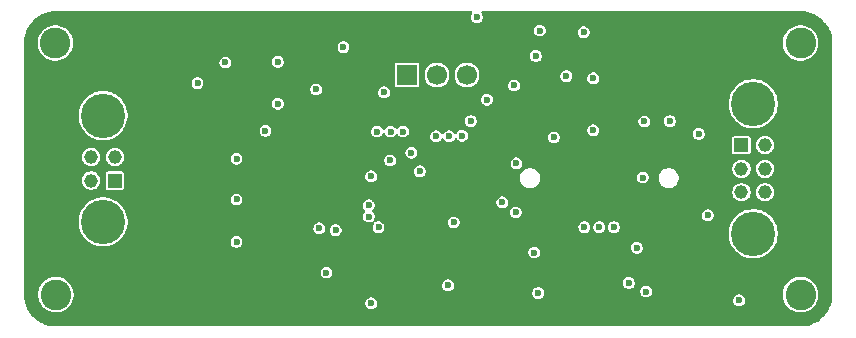
<source format=gbr>
%TF.GenerationSoftware,KiCad,Pcbnew,9.0.4*%
%TF.CreationDate,2026-01-25T14:52:30+00:00*%
%TF.ProjectId,can-repeater,63616e2d-7265-4706-9561-7465722e6b69,rev?*%
%TF.SameCoordinates,Original*%
%TF.FileFunction,Copper,L2,Inr*%
%TF.FilePolarity,Positive*%
%FSLAX46Y46*%
G04 Gerber Fmt 4.6, Leading zero omitted, Abs format (unit mm)*
G04 Created by KiCad (PCBNEW 9.0.4) date 2026-01-25 14:52:30*
%MOMM*%
%LPD*%
G01*
G04 APERTURE LIST*
%TA.AperFunction,ComponentPad*%
%ADD10C,2.600000*%
%TD*%
%TA.AperFunction,ComponentPad*%
%ADD11R,1.150000X1.150000*%
%TD*%
%TA.AperFunction,ComponentPad*%
%ADD12C,1.150000*%
%TD*%
%TA.AperFunction,ComponentPad*%
%ADD13C,3.750000*%
%TD*%
%TA.AperFunction,ComponentPad*%
%ADD14R,1.700000X1.700000*%
%TD*%
%TA.AperFunction,ComponentPad*%
%ADD15C,1.700000*%
%TD*%
%TA.AperFunction,ViaPad*%
%ADD16C,0.600000*%
%TD*%
G04 APERTURE END LIST*
D10*
%TO.N,GND*%
%TO.C,H3*%
X196950000Y-88110000D03*
%TD*%
%TO.N,GND*%
%TO.C,H1*%
X196950000Y-66800000D03*
%TD*%
%TO.N,GND*%
%TO.C,H2*%
X133900000Y-88100000D03*
%TD*%
D11*
%TO.N,GND*%
%TO.C,J4*%
X191950000Y-75450000D03*
D12*
%TO.N,2_CAN-*%
X191950000Y-77450000D03*
%TO.N,2_CAN+*%
X191950000Y-79450000D03*
%TO.N,Net-(J4-Pin_4)*%
X193950000Y-75450000D03*
%TO.N,2_CAN-*%
X193950000Y-77450000D03*
%TO.N,2_CAN+*%
X193950000Y-79450000D03*
D13*
%TO.N,GND*%
X192950000Y-71950000D03*
X192950000Y-82950000D03*
%TD*%
D11*
%TO.N,1_CAN-*%
%TO.C,J3*%
X138900000Y-78450000D03*
D12*
%TO.N,1_CAN+*%
X138900000Y-76450000D03*
%TO.N,1_CAN-*%
X136900000Y-78450000D03*
%TO.N,1_CAN+*%
X136900000Y-76450000D03*
D13*
%TO.N,GND*%
X137900000Y-81950000D03*
X137900000Y-72950000D03*
%TD*%
D10*
%TO.N,GND*%
%TO.C,H4*%
X133850000Y-66800000D03*
%TD*%
D14*
%TO.N,USART1_RX*%
%TO.C,J1*%
X163627122Y-69511934D03*
D15*
%TO.N,USART1_TX*%
X166167122Y-69511934D03*
%TO.N,USART1_CK*%
X168707121Y-69511934D03*
%TD*%
D16*
%TO.N,GND*%
X183870000Y-87850000D03*
X182420000Y-87120000D03*
X174740000Y-87980000D03*
X167110000Y-87320000D03*
X160600000Y-88840000D03*
X156810000Y-86240000D03*
X161220000Y-82410000D03*
X155930000Y-70740000D03*
X161690000Y-70980000D03*
X170410000Y-71610000D03*
X169040000Y-73420000D03*
X169550000Y-64620000D03*
X174880000Y-65750000D03*
X177120000Y-69610000D03*
X176070000Y-74800000D03*
X183720000Y-73450000D03*
X185890000Y-73420000D03*
X167600000Y-82000000D03*
X188350000Y-74500000D03*
X172900000Y-77000000D03*
X189100000Y-81400000D03*
X162200000Y-76750000D03*
X148250000Y-68450000D03*
X183100000Y-84150000D03*
X174400000Y-84550000D03*
X145900000Y-70200000D03*
X172850000Y-81150000D03*
X179400000Y-74200000D03*
X183600000Y-78200000D03*
X191750000Y-88600000D03*
X151650000Y-74250000D03*
X158250000Y-67150000D03*
%TO.N,+3V3*%
X171000000Y-68750000D03*
X175600000Y-85500000D03*
X175100000Y-74000000D03*
X162700000Y-87400000D03*
X179700000Y-71600000D03*
X179700000Y-73100000D03*
X170600000Y-87000000D03*
X156000000Y-72450000D03*
X155800000Y-69300000D03*
X154500000Y-82250000D03*
X179700000Y-72350000D03*
X152400000Y-82900000D03*
X161300000Y-69800000D03*
X166950000Y-88350000D03*
X170800000Y-73900000D03*
X162000000Y-66800000D03*
%TO.N,/NReset*%
X160600000Y-78100000D03*
X171700000Y-80300000D03*
X156200000Y-82500000D03*
%TO.N,SYS_JTDO*%
X166100000Y-74700000D03*
X179900000Y-82400000D03*
%TO.N,SYS_JTDI*%
X178650000Y-82400000D03*
X167200000Y-74700000D03*
%TO.N,SYS_JTCK-SW*%
X181150000Y-82400000D03*
X168300000Y-74650000D03*
%TO.N,USART1_TX*%
X164000000Y-76100000D03*
%TO.N,USART1_RX*%
X163300000Y-74300000D03*
%TO.N,USART1_CK*%
X164725735Y-77674265D03*
%TO.N,MCU_CAN1_TX*%
X152700000Y-71950000D03*
X161100000Y-74300000D03*
%TO.N,MCU_CAN1_RX*%
X162250000Y-74300000D03*
X152700000Y-68400000D03*
%TO.N,/STAT1_LED*%
X149200000Y-76600000D03*
X160400000Y-80550000D03*
%TO.N,/STAT2_LED*%
X149200000Y-80050000D03*
X160400000Y-81500000D03*
%TO.N,/ERROR_LED*%
X157600000Y-82650000D03*
X149200000Y-83650000D03*
%TO.N,+GLV_PROT*%
X178600000Y-65900000D03*
X174550000Y-67900000D03*
%TO.N,Net-(U1-SW)*%
X172700000Y-70400000D03*
X179400000Y-69800000D03*
%TD*%
%TA.AperFunction,Conductor*%
%TO.N,+3V3*%
G36*
X196966858Y-64100693D02*
G01*
X197257190Y-64116935D01*
X197270978Y-64118486D01*
X197554218Y-64166552D01*
X197567771Y-64169642D01*
X197843841Y-64249123D01*
X197856948Y-64253707D01*
X198122381Y-64363601D01*
X198134892Y-64369623D01*
X198386354Y-64508551D01*
X198398129Y-64515947D01*
X198632442Y-64682154D01*
X198643308Y-64690818D01*
X198654261Y-64700604D01*
X198857532Y-64882214D01*
X198867364Y-64892044D01*
X198875615Y-64901275D01*
X199058806Y-65106224D01*
X199067478Y-65117096D01*
X199233734Y-65351368D01*
X199241134Y-65363143D01*
X199348141Y-65556726D01*
X199380109Y-65614557D01*
X199386144Y-65627087D01*
X199496091Y-65892480D01*
X199500685Y-65905607D01*
X199580219Y-66181636D01*
X199583315Y-66195195D01*
X199631442Y-66478414D01*
X199632999Y-66492233D01*
X199649305Y-66782528D01*
X199649500Y-66789482D01*
X199649501Y-82409107D01*
X199649500Y-88048207D01*
X199649500Y-88110610D01*
X199649304Y-88117581D01*
X199632919Y-88408581D01*
X199631354Y-88422434D01*
X199582995Y-88706310D01*
X199579885Y-88719899D01*
X199499967Y-88996552D01*
X199495351Y-89009707D01*
X199384885Y-89275636D01*
X199378821Y-89288191D01*
X199239198Y-89540043D01*
X199231765Y-89551835D01*
X199064748Y-89786435D01*
X199056036Y-89797320D01*
X198863759Y-90011667D01*
X198853882Y-90021505D01*
X198638743Y-90212929D01*
X198627823Y-90221596D01*
X198392565Y-90387654D01*
X198380741Y-90395041D01*
X198128321Y-90533646D01*
X198115744Y-90539658D01*
X197849374Y-90649048D01*
X197836200Y-90653611D01*
X197559222Y-90732412D01*
X197545620Y-90735467D01*
X197261552Y-90782679D01*
X197247692Y-90784188D01*
X196956650Y-90799394D01*
X196950194Y-90799563D01*
X196949908Y-90799563D01*
X196887256Y-90799311D01*
X196886269Y-90799570D01*
X196877366Y-90799571D01*
X196877363Y-90799570D01*
X196877352Y-90799571D01*
X133951889Y-90799500D01*
X133889478Y-90799500D01*
X133882525Y-90799305D01*
X133592268Y-90783004D01*
X133578450Y-90781447D01*
X133295285Y-90733334D01*
X133281728Y-90730240D01*
X133005721Y-90650724D01*
X132992596Y-90646131D01*
X132727237Y-90536216D01*
X132714709Y-90530183D01*
X132463319Y-90391244D01*
X132451545Y-90383845D01*
X132217298Y-90217637D01*
X132206426Y-90208968D01*
X131992256Y-90017574D01*
X131982423Y-90007741D01*
X131791030Y-89793572D01*
X131782360Y-89782700D01*
X131616151Y-89548449D01*
X131608753Y-89536675D01*
X131524009Y-89383343D01*
X131469811Y-89285280D01*
X131463785Y-89272766D01*
X131353865Y-89007397D01*
X131349273Y-88994273D01*
X131269755Y-88718259D01*
X131266664Y-88704713D01*
X131263484Y-88685996D01*
X131218550Y-88421535D01*
X131216996Y-88407738D01*
X131200695Y-88117472D01*
X131200500Y-88110519D01*
X131200500Y-87981902D01*
X132399500Y-87981902D01*
X132399500Y-88218097D01*
X132436446Y-88451368D01*
X132509433Y-88675996D01*
X132616657Y-88886433D01*
X132755483Y-89077510D01*
X132922490Y-89244517D01*
X133113567Y-89383343D01*
X133212991Y-89434002D01*
X133324003Y-89490566D01*
X133324005Y-89490566D01*
X133324008Y-89490568D01*
X133444412Y-89529689D01*
X133548631Y-89563553D01*
X133781903Y-89600500D01*
X133781908Y-89600500D01*
X134018097Y-89600500D01*
X134251368Y-89563553D01*
X134297853Y-89548449D01*
X134475992Y-89490568D01*
X134686433Y-89383343D01*
X134877510Y-89244517D01*
X135044517Y-89077510D01*
X135183343Y-88886433D01*
X135240575Y-88774108D01*
X160099500Y-88774108D01*
X160099500Y-88905891D01*
X160133608Y-89033187D01*
X160159199Y-89077511D01*
X160199500Y-89147314D01*
X160292686Y-89240500D01*
X160406814Y-89306392D01*
X160534108Y-89340500D01*
X160534110Y-89340500D01*
X160665890Y-89340500D01*
X160665892Y-89340500D01*
X160793186Y-89306392D01*
X160907314Y-89240500D01*
X161000500Y-89147314D01*
X161066392Y-89033186D01*
X161100500Y-88905892D01*
X161100500Y-88774108D01*
X161066392Y-88646814D01*
X161001321Y-88534108D01*
X191249500Y-88534108D01*
X191249500Y-88665892D01*
X191261742Y-88711579D01*
X191283608Y-88793187D01*
X191316554Y-88850250D01*
X191349500Y-88907314D01*
X191442686Y-89000500D01*
X191556814Y-89066392D01*
X191684108Y-89100500D01*
X191684110Y-89100500D01*
X191815890Y-89100500D01*
X191815892Y-89100500D01*
X191943186Y-89066392D01*
X192057314Y-89000500D01*
X192150500Y-88907314D01*
X192216392Y-88793186D01*
X192250500Y-88665892D01*
X192250500Y-88534108D01*
X192216392Y-88406814D01*
X192150500Y-88292686D01*
X192057314Y-88199500D01*
X192000250Y-88166554D01*
X191943187Y-88133608D01*
X191899380Y-88121870D01*
X191815892Y-88099500D01*
X191684108Y-88099500D01*
X191556812Y-88133608D01*
X191442686Y-88199500D01*
X191442683Y-88199502D01*
X191349502Y-88292683D01*
X191349500Y-88292686D01*
X191283608Y-88406812D01*
X191274849Y-88439502D01*
X191249500Y-88534108D01*
X161001321Y-88534108D01*
X161000500Y-88532686D01*
X160907314Y-88439500D01*
X160850250Y-88406554D01*
X160793187Y-88373608D01*
X160706941Y-88350499D01*
X160665892Y-88339500D01*
X160534108Y-88339500D01*
X160406812Y-88373608D01*
X160292686Y-88439500D01*
X160292683Y-88439502D01*
X160199502Y-88532683D01*
X160199500Y-88532686D01*
X160133608Y-88646812D01*
X160099500Y-88774108D01*
X135240575Y-88774108D01*
X135290568Y-88675992D01*
X135363553Y-88451368D01*
X135370610Y-88406812D01*
X135400500Y-88218097D01*
X135400500Y-87981902D01*
X135389762Y-87914108D01*
X174239500Y-87914108D01*
X174239500Y-88045892D01*
X174240121Y-88048208D01*
X174273608Y-88173187D01*
X174299537Y-88218097D01*
X174339500Y-88287314D01*
X174432686Y-88380500D01*
X174546814Y-88446392D01*
X174674108Y-88480500D01*
X174674110Y-88480500D01*
X174805890Y-88480500D01*
X174805892Y-88480500D01*
X174933186Y-88446392D01*
X175047314Y-88380500D01*
X175140500Y-88287314D01*
X175206392Y-88173186D01*
X175240500Y-88045892D01*
X175240500Y-87914108D01*
X175206392Y-87786814D01*
X175206148Y-87786392D01*
X175204829Y-87784108D01*
X183369500Y-87784108D01*
X183369500Y-87915891D01*
X183403608Y-88043187D01*
X183406507Y-88048208D01*
X183469500Y-88157314D01*
X183562686Y-88250500D01*
X183676814Y-88316392D01*
X183804108Y-88350500D01*
X183804110Y-88350500D01*
X183935890Y-88350500D01*
X183935892Y-88350500D01*
X184063186Y-88316392D01*
X184177314Y-88250500D01*
X184270500Y-88157314D01*
X184336392Y-88043186D01*
X184350133Y-87991902D01*
X195449500Y-87991902D01*
X195449500Y-88228097D01*
X195486446Y-88461368D01*
X195559433Y-88685996D01*
X195661562Y-88886433D01*
X195666657Y-88896433D01*
X195805483Y-89087510D01*
X195972490Y-89254517D01*
X196163567Y-89393343D01*
X196262991Y-89444002D01*
X196374003Y-89500566D01*
X196374005Y-89500566D01*
X196374008Y-89500568D01*
X196485134Y-89536675D01*
X196598631Y-89573553D01*
X196831903Y-89610500D01*
X196831908Y-89610500D01*
X197068097Y-89610500D01*
X197301368Y-89573553D01*
X197525992Y-89500568D01*
X197736433Y-89393343D01*
X197927510Y-89254517D01*
X198094517Y-89087510D01*
X198233343Y-88896433D01*
X198340568Y-88685992D01*
X198413553Y-88461368D01*
X198417017Y-88439500D01*
X198450500Y-88228097D01*
X198450500Y-87991902D01*
X198413553Y-87758631D01*
X198368671Y-87620499D01*
X198340568Y-87534008D01*
X198340566Y-87534005D01*
X198340566Y-87534003D01*
X198265099Y-87385892D01*
X198233343Y-87323567D01*
X198094517Y-87132490D01*
X197927510Y-86965483D01*
X197736433Y-86826657D01*
X197716807Y-86816657D01*
X197525996Y-86719433D01*
X197301368Y-86646446D01*
X197068097Y-86609500D01*
X197068092Y-86609500D01*
X196831908Y-86609500D01*
X196831903Y-86609500D01*
X196598631Y-86646446D01*
X196374003Y-86719433D01*
X196163566Y-86826657D01*
X196126472Y-86853608D01*
X195972490Y-86965483D01*
X195972488Y-86965485D01*
X195972487Y-86965485D01*
X195805485Y-87132487D01*
X195805485Y-87132488D01*
X195805483Y-87132490D01*
X195766686Y-87185890D01*
X195666657Y-87323566D01*
X195559433Y-87534003D01*
X195486446Y-87758631D01*
X195449500Y-87991902D01*
X184350133Y-87991902D01*
X184370500Y-87915892D01*
X184370500Y-87784108D01*
X184336392Y-87656814D01*
X184270500Y-87542686D01*
X184177314Y-87449500D01*
X184120250Y-87416554D01*
X184063187Y-87383608D01*
X183999539Y-87366554D01*
X183935892Y-87349500D01*
X183804108Y-87349500D01*
X183676812Y-87383608D01*
X183562686Y-87449500D01*
X183562683Y-87449502D01*
X183469502Y-87542683D01*
X183469500Y-87542686D01*
X183403608Y-87656812D01*
X183369500Y-87784108D01*
X175204829Y-87784108D01*
X175190120Y-87758631D01*
X175140500Y-87672686D01*
X175047314Y-87579500D01*
X174990250Y-87546554D01*
X174933187Y-87513608D01*
X174869539Y-87496554D01*
X174805892Y-87479500D01*
X174674108Y-87479500D01*
X174546812Y-87513608D01*
X174432686Y-87579500D01*
X174432683Y-87579502D01*
X174339502Y-87672683D01*
X174339500Y-87672686D01*
X174273608Y-87786812D01*
X174267911Y-87808074D01*
X174239500Y-87914108D01*
X135389762Y-87914108D01*
X135363553Y-87748631D01*
X135310838Y-87586392D01*
X135290568Y-87524008D01*
X135290566Y-87524005D01*
X135290566Y-87524003D01*
X135219031Y-87383608D01*
X135183343Y-87313567D01*
X135140143Y-87254108D01*
X166609500Y-87254108D01*
X166609500Y-87385892D01*
X166626544Y-87449500D01*
X166643608Y-87513187D01*
X166660638Y-87542683D01*
X166709500Y-87627314D01*
X166802686Y-87720500D01*
X166916814Y-87786392D01*
X167044108Y-87820500D01*
X167044110Y-87820500D01*
X167175890Y-87820500D01*
X167175892Y-87820500D01*
X167303186Y-87786392D01*
X167417314Y-87720500D01*
X167510500Y-87627314D01*
X167576392Y-87513186D01*
X167610500Y-87385892D01*
X167610500Y-87254108D01*
X167576392Y-87126814D01*
X167573896Y-87122490D01*
X167565520Y-87107982D01*
X167565519Y-87107981D01*
X167534415Y-87054108D01*
X181919500Y-87054108D01*
X181919500Y-87185891D01*
X181953608Y-87313187D01*
X181959601Y-87323567D01*
X182019500Y-87427314D01*
X182112686Y-87520500D01*
X182226814Y-87586392D01*
X182354108Y-87620500D01*
X182354110Y-87620500D01*
X182485890Y-87620500D01*
X182485892Y-87620500D01*
X182613186Y-87586392D01*
X182727314Y-87520500D01*
X182820500Y-87427314D01*
X182886392Y-87313186D01*
X182920500Y-87185892D01*
X182920500Y-87054108D01*
X182886392Y-86926814D01*
X182820500Y-86812686D01*
X182727314Y-86719500D01*
X182670250Y-86686554D01*
X182613187Y-86653608D01*
X182549136Y-86636446D01*
X182485892Y-86619500D01*
X182354108Y-86619500D01*
X182226812Y-86653608D01*
X182112686Y-86719500D01*
X182112683Y-86719502D01*
X182019502Y-86812683D01*
X182019500Y-86812686D01*
X181953608Y-86926812D01*
X181919500Y-87054108D01*
X167534415Y-87054108D01*
X167510500Y-87012686D01*
X167417314Y-86919500D01*
X167360250Y-86886554D01*
X167303187Y-86853608D01*
X167239539Y-86836554D01*
X167175892Y-86819500D01*
X167044108Y-86819500D01*
X166916812Y-86853608D01*
X166802686Y-86919500D01*
X166802683Y-86919502D01*
X166709502Y-87012683D01*
X166709500Y-87012686D01*
X166643608Y-87126812D01*
X166627778Y-87185892D01*
X166609500Y-87254108D01*
X135140143Y-87254108D01*
X135044517Y-87122490D01*
X134877510Y-86955483D01*
X134686433Y-86816657D01*
X134475996Y-86709433D01*
X134251368Y-86636446D01*
X134018097Y-86599500D01*
X134018092Y-86599500D01*
X133781908Y-86599500D01*
X133781903Y-86599500D01*
X133548631Y-86636446D01*
X133324003Y-86709433D01*
X133113566Y-86816657D01*
X133062708Y-86853608D01*
X132922490Y-86955483D01*
X132922488Y-86955485D01*
X132922487Y-86955485D01*
X132755485Y-87122487D01*
X132755485Y-87122488D01*
X132755483Y-87122490D01*
X132748220Y-87132487D01*
X132616657Y-87313566D01*
X132509433Y-87524003D01*
X132436446Y-87748631D01*
X132399500Y-87981902D01*
X131200500Y-87981902D01*
X131200500Y-86174108D01*
X156309500Y-86174108D01*
X156309500Y-86305891D01*
X156343608Y-86433187D01*
X156376554Y-86490250D01*
X156409500Y-86547314D01*
X156502686Y-86640500D01*
X156616814Y-86706392D01*
X156744108Y-86740500D01*
X156744110Y-86740500D01*
X156875890Y-86740500D01*
X156875892Y-86740500D01*
X157003186Y-86706392D01*
X157117314Y-86640500D01*
X157210500Y-86547314D01*
X157276392Y-86433186D01*
X157310500Y-86305892D01*
X157310500Y-86174108D01*
X157276392Y-86046814D01*
X157210500Y-85932686D01*
X157117314Y-85839500D01*
X157060250Y-85806554D01*
X157003187Y-85773608D01*
X156939539Y-85756554D01*
X156875892Y-85739500D01*
X156744108Y-85739500D01*
X156616812Y-85773608D01*
X156502686Y-85839500D01*
X156502683Y-85839502D01*
X156409502Y-85932683D01*
X156409500Y-85932686D01*
X156343608Y-86046812D01*
X156309500Y-86174108D01*
X131200500Y-86174108D01*
X131200500Y-84484108D01*
X173899500Y-84484108D01*
X173899500Y-84615891D01*
X173933608Y-84743187D01*
X173966554Y-84800250D01*
X173999500Y-84857314D01*
X174092686Y-84950500D01*
X174206814Y-85016392D01*
X174334108Y-85050500D01*
X174334110Y-85050500D01*
X174465890Y-85050500D01*
X174465892Y-85050500D01*
X174593186Y-85016392D01*
X174707314Y-84950500D01*
X174800500Y-84857314D01*
X174866392Y-84743186D01*
X174900500Y-84615892D01*
X174900500Y-84484108D01*
X174866392Y-84356814D01*
X174800500Y-84242686D01*
X174707314Y-84149500D01*
X174649968Y-84116391D01*
X174594053Y-84084108D01*
X182599500Y-84084108D01*
X182599500Y-84215892D01*
X182616554Y-84279539D01*
X182633608Y-84343187D01*
X182641475Y-84356812D01*
X182699500Y-84457314D01*
X182792686Y-84550500D01*
X182891521Y-84607563D01*
X182905944Y-84615890D01*
X182906814Y-84616392D01*
X183034108Y-84650500D01*
X183034110Y-84650500D01*
X183165890Y-84650500D01*
X183165892Y-84650500D01*
X183293186Y-84616392D01*
X183407314Y-84550500D01*
X183500500Y-84457314D01*
X183566392Y-84343186D01*
X183600500Y-84215892D01*
X183600500Y-84084108D01*
X183566392Y-83956814D01*
X183500500Y-83842686D01*
X183407314Y-83749500D01*
X183349100Y-83715890D01*
X183293187Y-83683608D01*
X183229539Y-83666554D01*
X183165892Y-83649500D01*
X183034108Y-83649500D01*
X182906812Y-83683608D01*
X182792686Y-83749500D01*
X182792683Y-83749502D01*
X182699502Y-83842683D01*
X182699500Y-83842686D01*
X182633608Y-83956812D01*
X182624719Y-83989987D01*
X182599500Y-84084108D01*
X174594053Y-84084108D01*
X174593187Y-84083608D01*
X174529539Y-84066554D01*
X174465892Y-84049500D01*
X174334108Y-84049500D01*
X174206812Y-84083608D01*
X174092686Y-84149500D01*
X174092683Y-84149502D01*
X173999502Y-84242683D01*
X173999500Y-84242686D01*
X173933608Y-84356812D01*
X173899500Y-84484108D01*
X131200500Y-84484108D01*
X131200500Y-81813957D01*
X135824500Y-81813957D01*
X135824500Y-82086042D01*
X135846021Y-82249500D01*
X135860013Y-82355779D01*
X135881001Y-82434108D01*
X135930430Y-82618581D01*
X136033077Y-82866391D01*
X136034547Y-82869940D01*
X136170582Y-83105560D01*
X136170585Y-83105564D01*
X136170589Y-83105570D01*
X136336209Y-83321408D01*
X136336217Y-83321417D01*
X136528583Y-83513783D01*
X136528591Y-83513790D01*
X136744429Y-83679410D01*
X136744432Y-83679412D01*
X136744440Y-83679418D01*
X136980060Y-83815453D01*
X137147634Y-83884864D01*
X137231418Y-83919569D01*
X137231419Y-83919569D01*
X137231421Y-83919570D01*
X137494221Y-83989987D01*
X137763965Y-84025500D01*
X137763972Y-84025500D01*
X138036028Y-84025500D01*
X138036035Y-84025500D01*
X138305779Y-83989987D01*
X138568579Y-83919570D01*
X138819940Y-83815453D01*
X139055560Y-83679418D01*
X139179770Y-83584108D01*
X148699500Y-83584108D01*
X148699500Y-83715891D01*
X148733608Y-83843187D01*
X148766554Y-83900250D01*
X148799500Y-83957314D01*
X148892686Y-84050500D01*
X149006814Y-84116392D01*
X149134108Y-84150500D01*
X149134110Y-84150500D01*
X149265890Y-84150500D01*
X149265892Y-84150500D01*
X149393186Y-84116392D01*
X149507314Y-84050500D01*
X149600500Y-83957314D01*
X149666392Y-83843186D01*
X149700500Y-83715892D01*
X149700500Y-83584108D01*
X149666392Y-83456814D01*
X149600500Y-83342686D01*
X149507314Y-83249500D01*
X149450250Y-83216554D01*
X149393187Y-83183608D01*
X149329539Y-83166554D01*
X149265892Y-83149500D01*
X149134108Y-83149500D01*
X149006812Y-83183608D01*
X148892686Y-83249500D01*
X148892683Y-83249502D01*
X148799502Y-83342683D01*
X148799500Y-83342686D01*
X148733608Y-83456812D01*
X148699500Y-83584108D01*
X139179770Y-83584108D01*
X139271408Y-83513791D01*
X139271412Y-83513786D01*
X139271417Y-83513783D01*
X139463783Y-83321417D01*
X139463786Y-83321412D01*
X139463791Y-83321408D01*
X139629418Y-83105560D01*
X139765453Y-82869940D01*
X139869570Y-82618579D01*
X139918999Y-82434108D01*
X155699500Y-82434108D01*
X155699500Y-82565892D01*
X155706813Y-82593186D01*
X155733608Y-82693187D01*
X155766554Y-82750250D01*
X155799500Y-82807314D01*
X155892686Y-82900500D01*
X156006814Y-82966392D01*
X156134108Y-83000500D01*
X156134110Y-83000500D01*
X156265890Y-83000500D01*
X156265892Y-83000500D01*
X156393186Y-82966392D01*
X156507314Y-82900500D01*
X156600500Y-82807314D01*
X156666392Y-82693186D01*
X156695619Y-82584108D01*
X157099500Y-82584108D01*
X157099500Y-82715891D01*
X157133608Y-82843187D01*
X157166554Y-82900250D01*
X157199500Y-82957314D01*
X157292686Y-83050500D01*
X157406814Y-83116392D01*
X157534108Y-83150500D01*
X157534110Y-83150500D01*
X157665890Y-83150500D01*
X157665892Y-83150500D01*
X157793186Y-83116392D01*
X157907314Y-83050500D01*
X158000500Y-82957314D01*
X158066392Y-82843186D01*
X158100500Y-82715892D01*
X158100500Y-82584108D01*
X158066392Y-82456814D01*
X158000500Y-82342686D01*
X157907314Y-82249500D01*
X157833380Y-82206814D01*
X157793187Y-82183608D01*
X157729539Y-82166554D01*
X157665892Y-82149500D01*
X157534108Y-82149500D01*
X157406812Y-82183608D01*
X157292686Y-82249500D01*
X157292683Y-82249502D01*
X157199502Y-82342683D01*
X157199500Y-82342686D01*
X157133608Y-82456812D01*
X157099500Y-82584108D01*
X156695619Y-82584108D01*
X156700500Y-82565892D01*
X156700500Y-82434108D01*
X156666392Y-82306814D01*
X156600500Y-82192686D01*
X156507314Y-82099500D01*
X156446675Y-82064490D01*
X156393187Y-82033608D01*
X156303220Y-82009502D01*
X156265892Y-81999500D01*
X156134108Y-81999500D01*
X156006812Y-82033608D01*
X155892686Y-82099500D01*
X155892683Y-82099502D01*
X155799502Y-82192683D01*
X155799500Y-82192686D01*
X155733608Y-82306812D01*
X155720488Y-82355779D01*
X155699500Y-82434108D01*
X139918999Y-82434108D01*
X139939987Y-82355779D01*
X139975500Y-82086035D01*
X139975500Y-81813965D01*
X139939987Y-81544221D01*
X139869570Y-81281421D01*
X139765453Y-81030060D01*
X139629418Y-80794440D01*
X139463791Y-80578592D01*
X139463790Y-80578591D01*
X139463783Y-80578583D01*
X139271417Y-80386217D01*
X139271408Y-80386209D01*
X139055570Y-80220589D01*
X139055564Y-80220585D01*
X139055560Y-80220582D01*
X138932446Y-80149502D01*
X138819943Y-80084548D01*
X138819933Y-80084544D01*
X138577460Y-79984108D01*
X148699500Y-79984108D01*
X148699500Y-80115891D01*
X148733608Y-80243187D01*
X148759470Y-80287980D01*
X148799500Y-80357314D01*
X148892686Y-80450500D01*
X149006814Y-80516392D01*
X149134108Y-80550500D01*
X149134110Y-80550500D01*
X149265890Y-80550500D01*
X149265892Y-80550500D01*
X149393186Y-80516392D01*
X149449103Y-80484108D01*
X159899500Y-80484108D01*
X159899500Y-80615891D01*
X159933608Y-80743187D01*
X159947005Y-80766391D01*
X159999500Y-80857314D01*
X159999502Y-80857316D01*
X160079505Y-80937319D01*
X160112990Y-80998642D01*
X160108006Y-81068334D01*
X160079505Y-81112681D01*
X159999502Y-81192683D01*
X159999500Y-81192686D01*
X159933608Y-81306812D01*
X159899500Y-81434108D01*
X159899500Y-81565891D01*
X159933608Y-81693187D01*
X159941766Y-81707316D01*
X159999500Y-81807314D01*
X160092686Y-81900500D01*
X160206814Y-81966392D01*
X160334108Y-82000500D01*
X160334110Y-82000500D01*
X160465890Y-82000500D01*
X160465892Y-82000500D01*
X160593186Y-81966392D01*
X160649916Y-81933638D01*
X160717814Y-81917165D01*
X160783841Y-81940016D01*
X160827033Y-81994937D01*
X160833676Y-82064490D01*
X160819303Y-82103025D01*
X160753609Y-82216810D01*
X160753609Y-82216811D01*
X160753609Y-82216812D01*
X160753608Y-82216814D01*
X160719500Y-82344108D01*
X160719500Y-82475892D01*
X160726094Y-82500500D01*
X160753608Y-82603187D01*
X160762495Y-82618579D01*
X160819500Y-82717314D01*
X160912686Y-82810500D01*
X161026814Y-82876392D01*
X161154108Y-82910500D01*
X161154110Y-82910500D01*
X161285890Y-82910500D01*
X161285892Y-82910500D01*
X161413186Y-82876392D01*
X161527314Y-82810500D01*
X161620500Y-82717314D01*
X161686392Y-82603186D01*
X161720500Y-82475892D01*
X161720500Y-82344108D01*
X161686392Y-82216814D01*
X161680618Y-82206814D01*
X161647528Y-82149500D01*
X161620500Y-82102686D01*
X161527314Y-82009500D01*
X161452649Y-81966392D01*
X161413187Y-81943608D01*
X161377732Y-81934108D01*
X167099500Y-81934108D01*
X167099500Y-82065892D01*
X167108505Y-82099500D01*
X167133608Y-82193187D01*
X167166121Y-82249500D01*
X167199500Y-82307314D01*
X167292686Y-82400500D01*
X167390221Y-82456812D01*
X167405944Y-82465890D01*
X167406814Y-82466392D01*
X167534108Y-82500500D01*
X167534110Y-82500500D01*
X167665890Y-82500500D01*
X167665892Y-82500500D01*
X167793186Y-82466392D01*
X167907314Y-82400500D01*
X167973706Y-82334108D01*
X178149500Y-82334108D01*
X178149500Y-82465892D01*
X178158773Y-82500499D01*
X178183608Y-82593187D01*
X178198270Y-82618581D01*
X178249500Y-82707314D01*
X178342686Y-82800500D01*
X178456814Y-82866392D01*
X178584108Y-82900500D01*
X178584110Y-82900500D01*
X178715890Y-82900500D01*
X178715892Y-82900500D01*
X178843186Y-82866392D01*
X178957314Y-82800500D01*
X179050500Y-82707314D01*
X179116392Y-82593186D01*
X179150500Y-82465892D01*
X179150500Y-82334108D01*
X179399500Y-82334108D01*
X179399500Y-82465892D01*
X179408773Y-82500499D01*
X179433608Y-82593187D01*
X179448270Y-82618581D01*
X179499500Y-82707314D01*
X179592686Y-82800500D01*
X179706814Y-82866392D01*
X179834108Y-82900500D01*
X179834110Y-82900500D01*
X179965890Y-82900500D01*
X179965892Y-82900500D01*
X180093186Y-82866392D01*
X180207314Y-82800500D01*
X180300500Y-82707314D01*
X180366392Y-82593186D01*
X180400500Y-82465892D01*
X180400500Y-82334108D01*
X180649500Y-82334108D01*
X180649500Y-82465892D01*
X180658773Y-82500499D01*
X180683608Y-82593187D01*
X180698270Y-82618581D01*
X180749500Y-82707314D01*
X180842686Y-82800500D01*
X180956814Y-82866392D01*
X181084108Y-82900500D01*
X181084110Y-82900500D01*
X181215890Y-82900500D01*
X181215892Y-82900500D01*
X181343186Y-82866392D01*
X181434006Y-82813957D01*
X190874500Y-82813957D01*
X190874500Y-83086042D01*
X190896021Y-83249500D01*
X190910013Y-83355779D01*
X190937085Y-83456812D01*
X190980430Y-83618581D01*
X191084544Y-83869933D01*
X191084547Y-83869940D01*
X191220582Y-84105560D01*
X191220585Y-84105564D01*
X191220589Y-84105570D01*
X191386209Y-84321408D01*
X191386217Y-84321417D01*
X191578583Y-84513783D01*
X191578591Y-84513790D01*
X191794429Y-84679410D01*
X191794432Y-84679412D01*
X191794440Y-84679418D01*
X192030060Y-84815453D01*
X192197634Y-84884864D01*
X192281418Y-84919569D01*
X192281419Y-84919569D01*
X192281421Y-84919570D01*
X192544221Y-84989987D01*
X192813965Y-85025500D01*
X192813972Y-85025500D01*
X193086028Y-85025500D01*
X193086035Y-85025500D01*
X193355779Y-84989987D01*
X193618579Y-84919570D01*
X193869940Y-84815453D01*
X194105560Y-84679418D01*
X194321408Y-84513791D01*
X194321412Y-84513786D01*
X194321417Y-84513783D01*
X194513783Y-84321417D01*
X194513786Y-84321412D01*
X194513791Y-84321408D01*
X194679418Y-84105560D01*
X194815453Y-83869940D01*
X194919570Y-83618579D01*
X194989987Y-83355779D01*
X195025500Y-83086035D01*
X195025500Y-82813965D01*
X194989987Y-82544221D01*
X194919570Y-82281421D01*
X194815453Y-82030060D01*
X194679418Y-81794440D01*
X194612563Y-81707314D01*
X194513790Y-81578591D01*
X194513783Y-81578583D01*
X194321417Y-81386217D01*
X194321408Y-81386209D01*
X194105570Y-81220589D01*
X194105564Y-81220585D01*
X194105560Y-81220582D01*
X193918670Y-81112681D01*
X193869942Y-81084548D01*
X193869933Y-81084544D01*
X193618581Y-80980430D01*
X193457686Y-80937319D01*
X193355779Y-80910013D01*
X193295835Y-80902121D01*
X193086042Y-80874500D01*
X193086035Y-80874500D01*
X192813965Y-80874500D01*
X192813957Y-80874500D01*
X192574192Y-80906067D01*
X192544221Y-80910013D01*
X192478521Y-80927617D01*
X192281418Y-80980430D01*
X192030066Y-81084544D01*
X192030057Y-81084548D01*
X191794446Y-81220578D01*
X191794429Y-81220589D01*
X191578591Y-81386209D01*
X191386209Y-81578591D01*
X191220589Y-81794429D01*
X191220578Y-81794446D01*
X191084548Y-82030057D01*
X191084544Y-82030066D01*
X190980430Y-82281418D01*
X190910013Y-82544222D01*
X190874500Y-82813957D01*
X181434006Y-82813957D01*
X181457314Y-82800500D01*
X181550500Y-82707314D01*
X181616392Y-82593186D01*
X181650500Y-82465892D01*
X181650500Y-82334108D01*
X181616392Y-82206814D01*
X181550500Y-82092686D01*
X181457314Y-81999500D01*
X181399968Y-81966391D01*
X181343187Y-81933608D01*
X181273963Y-81915060D01*
X181215892Y-81899500D01*
X181084108Y-81899500D01*
X180956812Y-81933608D01*
X180842686Y-81999500D01*
X180842683Y-81999502D01*
X180749502Y-82092683D01*
X180749500Y-82092686D01*
X180683608Y-82206812D01*
X180663618Y-82281418D01*
X180649500Y-82334108D01*
X180400500Y-82334108D01*
X180366392Y-82206814D01*
X180300500Y-82092686D01*
X180207314Y-81999500D01*
X180149968Y-81966391D01*
X180093187Y-81933608D01*
X180023963Y-81915060D01*
X179965892Y-81899500D01*
X179834108Y-81899500D01*
X179706812Y-81933608D01*
X179592686Y-81999500D01*
X179592683Y-81999502D01*
X179499502Y-82092683D01*
X179499500Y-82092686D01*
X179433608Y-82206812D01*
X179413618Y-82281418D01*
X179399500Y-82334108D01*
X179150500Y-82334108D01*
X179116392Y-82206814D01*
X179050500Y-82092686D01*
X178957314Y-81999500D01*
X178899968Y-81966391D01*
X178843187Y-81933608D01*
X178773963Y-81915060D01*
X178715892Y-81899500D01*
X178584108Y-81899500D01*
X178456812Y-81933608D01*
X178342686Y-81999500D01*
X178342683Y-81999502D01*
X178249502Y-82092683D01*
X178249500Y-82092686D01*
X178183608Y-82206812D01*
X178163618Y-82281418D01*
X178149500Y-82334108D01*
X167973706Y-82334108D01*
X168000500Y-82307314D01*
X168013023Y-82285622D01*
X168025520Y-82263980D01*
X168066390Y-82193189D01*
X168066392Y-82193186D01*
X168100500Y-82065892D01*
X168100500Y-81934108D01*
X168066392Y-81806814D01*
X168059241Y-81794429D01*
X168057563Y-81791521D01*
X168000500Y-81692686D01*
X167907314Y-81599500D01*
X167822439Y-81550497D01*
X167793187Y-81533608D01*
X167729539Y-81516554D01*
X167665892Y-81499500D01*
X167534108Y-81499500D01*
X167406812Y-81533608D01*
X167292686Y-81599500D01*
X167292683Y-81599502D01*
X167199502Y-81692683D01*
X167199500Y-81692686D01*
X167133608Y-81806812D01*
X167117644Y-81866392D01*
X167099500Y-81934108D01*
X161377732Y-81934108D01*
X161306642Y-81915060D01*
X161285892Y-81909500D01*
X161154108Y-81909500D01*
X161026814Y-81943608D01*
X161026813Y-81943608D01*
X161026811Y-81943609D01*
X161026810Y-81943609D01*
X160970083Y-81976361D01*
X160902183Y-81992834D01*
X160836156Y-81969981D01*
X160792965Y-81915060D01*
X160786324Y-81845507D01*
X160800694Y-81806977D01*
X160866392Y-81693186D01*
X160900500Y-81565892D01*
X160900500Y-81434108D01*
X160866392Y-81306814D01*
X160800500Y-81192686D01*
X160720495Y-81112681D01*
X160704893Y-81084108D01*
X172349500Y-81084108D01*
X172349500Y-81215891D01*
X172383608Y-81343187D01*
X172408447Y-81386209D01*
X172449500Y-81457314D01*
X172542686Y-81550500D01*
X172656814Y-81616392D01*
X172784108Y-81650500D01*
X172784110Y-81650500D01*
X172915890Y-81650500D01*
X172915892Y-81650500D01*
X173043186Y-81616392D01*
X173157314Y-81550500D01*
X173250500Y-81457314D01*
X173316392Y-81343186D01*
X173318824Y-81334108D01*
X188599500Y-81334108D01*
X188599500Y-81465891D01*
X188633608Y-81593187D01*
X188647005Y-81616391D01*
X188699500Y-81707314D01*
X188792686Y-81800500D01*
X188906814Y-81866392D01*
X189034108Y-81900500D01*
X189034110Y-81900500D01*
X189165890Y-81900500D01*
X189165892Y-81900500D01*
X189293186Y-81866392D01*
X189407314Y-81800500D01*
X189500500Y-81707314D01*
X189566392Y-81593186D01*
X189600500Y-81465892D01*
X189600500Y-81334108D01*
X189566392Y-81206814D01*
X189500500Y-81092686D01*
X189407314Y-80999500D01*
X189333380Y-80956814D01*
X189293187Y-80933608D01*
X189205127Y-80910013D01*
X189165892Y-80899500D01*
X189034108Y-80899500D01*
X188906812Y-80933608D01*
X188792686Y-80999500D01*
X188792683Y-80999502D01*
X188699502Y-81092683D01*
X188699500Y-81092686D01*
X188633608Y-81206812D01*
X188599500Y-81334108D01*
X173318824Y-81334108D01*
X173350500Y-81215892D01*
X173350500Y-81084108D01*
X173316392Y-80956814D01*
X173250500Y-80842686D01*
X173157314Y-80749500D01*
X173072439Y-80700497D01*
X173043187Y-80683608D01*
X172979539Y-80666554D01*
X172915892Y-80649500D01*
X172784108Y-80649500D01*
X172656812Y-80683608D01*
X172542686Y-80749500D01*
X172542683Y-80749502D01*
X172449502Y-80842683D01*
X172449500Y-80842686D01*
X172383608Y-80956812D01*
X172349500Y-81084108D01*
X160704893Y-81084108D01*
X160687010Y-81051358D01*
X160691994Y-80981666D01*
X160720495Y-80937319D01*
X160758314Y-80899500D01*
X160800500Y-80857314D01*
X160866392Y-80743186D01*
X160900500Y-80615892D01*
X160900500Y-80484108D01*
X160866392Y-80356814D01*
X160800500Y-80242686D01*
X160791922Y-80234108D01*
X171199500Y-80234108D01*
X171199500Y-80365891D01*
X171233608Y-80493187D01*
X171247005Y-80516391D01*
X171299500Y-80607314D01*
X171392686Y-80700500D01*
X171506814Y-80766392D01*
X171634108Y-80800500D01*
X171634110Y-80800500D01*
X171765890Y-80800500D01*
X171765892Y-80800500D01*
X171893186Y-80766392D01*
X172007314Y-80700500D01*
X172100500Y-80607314D01*
X172166392Y-80493186D01*
X172200500Y-80365892D01*
X172200500Y-80234108D01*
X172166392Y-80106814D01*
X172100500Y-79992686D01*
X172007314Y-79899500D01*
X171933380Y-79856814D01*
X171893187Y-79833608D01*
X171829539Y-79816554D01*
X171765892Y-79799500D01*
X171634108Y-79799500D01*
X171506812Y-79833608D01*
X171392686Y-79899500D01*
X171392683Y-79899502D01*
X171299502Y-79992683D01*
X171299500Y-79992686D01*
X171233608Y-80106812D01*
X171199500Y-80234108D01*
X160791922Y-80234108D01*
X160707314Y-80149500D01*
X160633380Y-80106814D01*
X160593187Y-80083608D01*
X160529539Y-80066554D01*
X160465892Y-80049500D01*
X160334108Y-80049500D01*
X160206812Y-80083608D01*
X160092686Y-80149500D01*
X160092683Y-80149502D01*
X159999502Y-80242683D01*
X159999500Y-80242686D01*
X159933608Y-80356812D01*
X159899500Y-80484108D01*
X149449103Y-80484108D01*
X149507314Y-80450500D01*
X149600500Y-80357314D01*
X149666392Y-80243186D01*
X149700500Y-80115892D01*
X149700500Y-79984108D01*
X149666392Y-79856814D01*
X149600500Y-79742686D01*
X149507314Y-79649500D01*
X149450250Y-79616554D01*
X149393187Y-79583608D01*
X149329539Y-79566554D01*
X149265892Y-79549500D01*
X149134108Y-79549500D01*
X149006812Y-79583608D01*
X148892686Y-79649500D01*
X148892683Y-79649502D01*
X148799502Y-79742683D01*
X148799500Y-79742686D01*
X148733608Y-79856812D01*
X148699500Y-79984108D01*
X138577460Y-79984108D01*
X138568581Y-79980430D01*
X138433930Y-79944351D01*
X138305779Y-79910013D01*
X138245835Y-79902121D01*
X138036042Y-79874500D01*
X138036035Y-79874500D01*
X137763965Y-79874500D01*
X137763957Y-79874500D01*
X137524192Y-79906067D01*
X137494221Y-79910013D01*
X137428521Y-79927617D01*
X137231418Y-79980430D01*
X136980066Y-80084544D01*
X136980057Y-80084548D01*
X136744446Y-80220578D01*
X136744429Y-80220589D01*
X136528591Y-80386209D01*
X136336209Y-80578591D01*
X136170589Y-80794429D01*
X136170578Y-80794446D01*
X136034548Y-81030057D01*
X136034544Y-81030066D01*
X135930430Y-81281418D01*
X135889517Y-81434110D01*
X135860013Y-81544221D01*
X135859186Y-81550500D01*
X135824500Y-81813957D01*
X131200500Y-81813957D01*
X131200500Y-79373615D01*
X191174500Y-79373615D01*
X191174500Y-79526384D01*
X191204300Y-79676197D01*
X191204302Y-79676205D01*
X191262759Y-79817334D01*
X191262764Y-79817343D01*
X191347629Y-79944351D01*
X191347632Y-79944355D01*
X191455644Y-80052367D01*
X191455648Y-80052370D01*
X191582656Y-80137235D01*
X191582662Y-80137238D01*
X191582663Y-80137239D01*
X191723795Y-80195698D01*
X191848896Y-80220582D01*
X191873615Y-80225499D01*
X191873619Y-80225500D01*
X191873620Y-80225500D01*
X192026381Y-80225500D01*
X192026382Y-80225499D01*
X192176205Y-80195698D01*
X192317337Y-80137239D01*
X192444352Y-80052370D01*
X192552370Y-79944352D01*
X192637239Y-79817337D01*
X192695698Y-79676205D01*
X192725500Y-79526380D01*
X192725500Y-79373620D01*
X192725499Y-79373615D01*
X193174500Y-79373615D01*
X193174500Y-79526384D01*
X193204300Y-79676197D01*
X193204302Y-79676205D01*
X193262759Y-79817334D01*
X193262764Y-79817343D01*
X193347629Y-79944351D01*
X193347632Y-79944355D01*
X193455644Y-80052367D01*
X193455648Y-80052370D01*
X193582656Y-80137235D01*
X193582662Y-80137238D01*
X193582663Y-80137239D01*
X193723795Y-80195698D01*
X193848896Y-80220582D01*
X193873615Y-80225499D01*
X193873619Y-80225500D01*
X193873620Y-80225500D01*
X194026381Y-80225500D01*
X194026382Y-80225499D01*
X194176205Y-80195698D01*
X194317337Y-80137239D01*
X194444352Y-80052370D01*
X194552370Y-79944352D01*
X194637239Y-79817337D01*
X194695698Y-79676205D01*
X194725500Y-79526380D01*
X194725500Y-79373620D01*
X194695698Y-79223795D01*
X194637239Y-79082663D01*
X194637238Y-79082662D01*
X194637235Y-79082656D01*
X194552370Y-78955648D01*
X194552367Y-78955644D01*
X194444355Y-78847632D01*
X194444351Y-78847629D01*
X194317343Y-78762764D01*
X194317334Y-78762759D01*
X194176205Y-78704302D01*
X194176197Y-78704300D01*
X194026384Y-78674500D01*
X194026380Y-78674500D01*
X193873620Y-78674500D01*
X193873615Y-78674500D01*
X193723802Y-78704300D01*
X193723794Y-78704302D01*
X193582665Y-78762759D01*
X193582656Y-78762764D01*
X193455648Y-78847629D01*
X193455644Y-78847632D01*
X193347632Y-78955644D01*
X193347629Y-78955648D01*
X193262764Y-79082656D01*
X193262759Y-79082665D01*
X193204302Y-79223794D01*
X193204300Y-79223802D01*
X193174500Y-79373615D01*
X192725499Y-79373615D01*
X192695698Y-79223795D01*
X192637239Y-79082663D01*
X192637238Y-79082662D01*
X192637235Y-79082656D01*
X192552370Y-78955648D01*
X192552367Y-78955644D01*
X192444355Y-78847632D01*
X192444351Y-78847629D01*
X192317343Y-78762764D01*
X192317334Y-78762759D01*
X192176205Y-78704302D01*
X192176197Y-78704300D01*
X192026384Y-78674500D01*
X192026380Y-78674500D01*
X191873620Y-78674500D01*
X191873615Y-78674500D01*
X191723802Y-78704300D01*
X191723794Y-78704302D01*
X191582665Y-78762759D01*
X191582656Y-78762764D01*
X191455648Y-78847629D01*
X191455644Y-78847632D01*
X191347632Y-78955644D01*
X191347629Y-78955648D01*
X191262764Y-79082656D01*
X191262759Y-79082665D01*
X191204302Y-79223794D01*
X191204300Y-79223802D01*
X191174500Y-79373615D01*
X131200500Y-79373615D01*
X131200500Y-78373615D01*
X136124500Y-78373615D01*
X136124500Y-78526384D01*
X136154300Y-78676197D01*
X136154302Y-78676205D01*
X136212759Y-78817334D01*
X136212764Y-78817343D01*
X136297629Y-78944351D01*
X136297632Y-78944355D01*
X136405644Y-79052367D01*
X136405648Y-79052370D01*
X136532656Y-79137235D01*
X136532662Y-79137238D01*
X136532663Y-79137239D01*
X136673795Y-79195698D01*
X136815084Y-79223802D01*
X136823615Y-79225499D01*
X136823619Y-79225500D01*
X136823620Y-79225500D01*
X136976381Y-79225500D01*
X136976382Y-79225499D01*
X137126205Y-79195698D01*
X137267337Y-79137239D01*
X137394352Y-79052370D01*
X137502370Y-78944352D01*
X137587239Y-78817337D01*
X137645698Y-78676205D01*
X137675500Y-78526380D01*
X137675500Y-78373620D01*
X137645698Y-78223795D01*
X137587239Y-78082663D01*
X137587238Y-78082662D01*
X137587235Y-78082656D01*
X137502370Y-77955648D01*
X137502367Y-77955644D01*
X137401970Y-77855247D01*
X138124500Y-77855247D01*
X138124500Y-79044752D01*
X138136131Y-79103229D01*
X138136132Y-79103230D01*
X138180447Y-79169552D01*
X138246769Y-79213867D01*
X138246770Y-79213868D01*
X138305247Y-79225499D01*
X138305250Y-79225500D01*
X138305252Y-79225500D01*
X139494750Y-79225500D01*
X139494751Y-79225499D01*
X139509568Y-79222552D01*
X139553229Y-79213868D01*
X139553229Y-79213867D01*
X139553231Y-79213867D01*
X139619552Y-79169552D01*
X139663867Y-79103231D01*
X139663867Y-79103229D01*
X139663868Y-79103229D01*
X139675499Y-79044752D01*
X139675500Y-79044750D01*
X139675500Y-78034108D01*
X160099500Y-78034108D01*
X160099500Y-78165892D01*
X160115472Y-78225500D01*
X160133608Y-78293187D01*
X160156753Y-78333274D01*
X160199500Y-78407314D01*
X160292686Y-78500500D01*
X160406814Y-78566392D01*
X160534108Y-78600500D01*
X160534110Y-78600500D01*
X160665890Y-78600500D01*
X160665892Y-78600500D01*
X160793186Y-78566392D01*
X160907314Y-78500500D01*
X161000500Y-78407314D01*
X161066392Y-78293186D01*
X161100500Y-78165892D01*
X161100500Y-78034108D01*
X161066392Y-77906814D01*
X161000500Y-77792686D01*
X160907314Y-77699500D01*
X160859079Y-77671651D01*
X160793187Y-77633608D01*
X160699014Y-77608375D01*
X160699007Y-77608373D01*
X164225235Y-77608373D01*
X164225235Y-77740157D01*
X164239309Y-77792683D01*
X164259343Y-77867452D01*
X164273912Y-77892686D01*
X164325235Y-77981579D01*
X164418421Y-78074765D01*
X164517256Y-78131828D01*
X164526630Y-78137240D01*
X164532549Y-78140657D01*
X164659843Y-78174765D01*
X164659845Y-78174765D01*
X164791625Y-78174765D01*
X164791627Y-78174765D01*
X164821648Y-78166721D01*
X173204500Y-78166721D01*
X173204500Y-78333278D01*
X173236990Y-78496615D01*
X173236992Y-78496623D01*
X173300728Y-78650495D01*
X173300728Y-78650496D01*
X173393255Y-78788973D01*
X173393261Y-78788980D01*
X173511019Y-78906738D01*
X173511026Y-78906744D01*
X173649504Y-78999271D01*
X173649505Y-78999271D01*
X173649506Y-78999272D01*
X173803377Y-79063008D01*
X173966721Y-79095499D01*
X173966725Y-79095500D01*
X173966726Y-79095500D01*
X174133275Y-79095500D01*
X174133276Y-79095499D01*
X174296623Y-79063008D01*
X174450494Y-78999272D01*
X174450495Y-78999271D01*
X174450496Y-78999271D01*
X174532684Y-78944355D01*
X174588975Y-78906743D01*
X174706743Y-78788975D01*
X174763320Y-78704300D01*
X174799271Y-78650496D01*
X174799271Y-78650495D01*
X174799272Y-78650494D01*
X174863008Y-78496623D01*
X174895500Y-78333274D01*
X174895500Y-78166726D01*
X174892207Y-78150170D01*
X174892207Y-78150168D01*
X174889012Y-78134108D01*
X183099500Y-78134108D01*
X183099500Y-78265891D01*
X183133608Y-78393187D01*
X183141766Y-78407316D01*
X183199500Y-78507314D01*
X183292686Y-78600500D01*
X183406814Y-78666392D01*
X183534108Y-78700500D01*
X183534110Y-78700500D01*
X183665890Y-78700500D01*
X183665892Y-78700500D01*
X183793186Y-78666392D01*
X183907314Y-78600500D01*
X184000500Y-78507314D01*
X184066392Y-78393186D01*
X184100500Y-78265892D01*
X184100500Y-78166721D01*
X184938498Y-78166721D01*
X184938498Y-78333278D01*
X184970988Y-78496615D01*
X184970990Y-78496623D01*
X185034726Y-78650495D01*
X185034726Y-78650496D01*
X185127253Y-78788973D01*
X185127259Y-78788980D01*
X185245017Y-78906738D01*
X185245024Y-78906744D01*
X185383502Y-78999271D01*
X185383503Y-78999271D01*
X185383504Y-78999272D01*
X185537375Y-79063008D01*
X185700719Y-79095499D01*
X185700723Y-79095500D01*
X185700724Y-79095500D01*
X185867273Y-79095500D01*
X185867274Y-79095499D01*
X186030621Y-79063008D01*
X186184492Y-78999272D01*
X186184493Y-78999271D01*
X186184494Y-78999271D01*
X186266682Y-78944355D01*
X186322973Y-78906743D01*
X186440741Y-78788975D01*
X186497318Y-78704300D01*
X186533269Y-78650496D01*
X186533269Y-78650495D01*
X186533270Y-78650494D01*
X186597006Y-78496623D01*
X186629498Y-78333274D01*
X186629498Y-78166726D01*
X186597006Y-78003377D01*
X186533270Y-77849506D01*
X186533269Y-77849504D01*
X186533269Y-77849503D01*
X186440742Y-77711026D01*
X186440736Y-77711019D01*
X186322978Y-77593261D01*
X186322971Y-77593255D01*
X186184493Y-77500728D01*
X186139494Y-77482089D01*
X186030621Y-77436992D01*
X186030613Y-77436990D01*
X185867276Y-77404500D01*
X185867272Y-77404500D01*
X185700724Y-77404500D01*
X185700719Y-77404500D01*
X185537382Y-77436990D01*
X185537374Y-77436992D01*
X185383502Y-77500728D01*
X185383501Y-77500728D01*
X185245024Y-77593255D01*
X185245017Y-77593261D01*
X185127259Y-77711019D01*
X185127253Y-77711026D01*
X185034726Y-77849503D01*
X185034726Y-77849504D01*
X184970990Y-78003376D01*
X184970988Y-78003384D01*
X184938498Y-78166721D01*
X184100500Y-78166721D01*
X184100500Y-78134108D01*
X184066392Y-78006814D01*
X184000500Y-77892686D01*
X183907314Y-77799500D01*
X183843677Y-77762759D01*
X183793187Y-77733608D01*
X183683813Y-77704302D01*
X183665892Y-77699500D01*
X183534108Y-77699500D01*
X183406812Y-77733608D01*
X183292686Y-77799500D01*
X183292683Y-77799502D01*
X183199502Y-77892683D01*
X183199500Y-77892686D01*
X183133608Y-78006812D01*
X183099500Y-78134108D01*
X174889012Y-78134108D01*
X174869121Y-78034108D01*
X174863008Y-78003377D01*
X174799272Y-77849506D01*
X174799271Y-77849504D01*
X174799271Y-77849503D01*
X174706744Y-77711026D01*
X174706738Y-77711019D01*
X174588980Y-77593261D01*
X174588973Y-77593255D01*
X174450495Y-77500728D01*
X174296623Y-77436992D01*
X174296615Y-77436990D01*
X174133278Y-77404500D01*
X174133274Y-77404500D01*
X173966726Y-77404500D01*
X173966721Y-77404500D01*
X173803384Y-77436990D01*
X173803376Y-77436992D01*
X173649504Y-77500728D01*
X173649503Y-77500728D01*
X173511026Y-77593255D01*
X173511019Y-77593261D01*
X173393261Y-77711019D01*
X173393255Y-77711026D01*
X173300728Y-77849503D01*
X173300728Y-77849504D01*
X173236992Y-78003376D01*
X173236990Y-78003384D01*
X173204500Y-78166721D01*
X164821648Y-78166721D01*
X164918921Y-78140657D01*
X165033049Y-78074765D01*
X165126235Y-77981579D01*
X165192127Y-77867451D01*
X165226235Y-77740157D01*
X165226235Y-77608373D01*
X165192127Y-77481079D01*
X165126235Y-77366951D01*
X165033049Y-77273765D01*
X164949452Y-77225500D01*
X164918922Y-77207873D01*
X164855274Y-77190819D01*
X164791627Y-77173765D01*
X164659843Y-77173765D01*
X164532547Y-77207873D01*
X164418421Y-77273765D01*
X164418418Y-77273767D01*
X164325237Y-77366948D01*
X164325235Y-77366951D01*
X164259343Y-77481077D01*
X164229286Y-77593255D01*
X164225235Y-77608373D01*
X160699007Y-77608373D01*
X160665892Y-77599500D01*
X160534108Y-77599500D01*
X160406812Y-77633608D01*
X160292686Y-77699500D01*
X160292683Y-77699502D01*
X160199502Y-77792683D01*
X160199500Y-77792686D01*
X160133608Y-77906812D01*
X160107734Y-78003377D01*
X160099500Y-78034108D01*
X139675500Y-78034108D01*
X139675500Y-77855249D01*
X139675499Y-77855247D01*
X139663868Y-77796770D01*
X139663867Y-77796769D01*
X139619552Y-77730447D01*
X139553230Y-77686132D01*
X139553229Y-77686131D01*
X139494752Y-77674500D01*
X139494748Y-77674500D01*
X138305252Y-77674500D01*
X138305247Y-77674500D01*
X138246770Y-77686131D01*
X138246769Y-77686132D01*
X138180447Y-77730447D01*
X138136132Y-77796769D01*
X138136131Y-77796770D01*
X138124500Y-77855247D01*
X137401970Y-77855247D01*
X137394355Y-77847632D01*
X137394351Y-77847629D01*
X137267343Y-77762764D01*
X137267334Y-77762759D01*
X137126205Y-77704302D01*
X137126197Y-77704300D01*
X136976384Y-77674500D01*
X136976380Y-77674500D01*
X136823620Y-77674500D01*
X136823615Y-77674500D01*
X136673802Y-77704300D01*
X136673794Y-77704302D01*
X136532665Y-77762759D01*
X136532656Y-77762764D01*
X136405648Y-77847629D01*
X136405644Y-77847632D01*
X136297632Y-77955644D01*
X136297629Y-77955648D01*
X136212764Y-78082656D01*
X136212759Y-78082665D01*
X136154302Y-78223794D01*
X136154300Y-78223802D01*
X136124500Y-78373615D01*
X131200500Y-78373615D01*
X131200500Y-76373615D01*
X136124500Y-76373615D01*
X136124500Y-76526384D01*
X136154300Y-76676197D01*
X136154302Y-76676205D01*
X136212759Y-76817334D01*
X136212764Y-76817343D01*
X136297629Y-76944351D01*
X136297632Y-76944355D01*
X136405644Y-77052367D01*
X136405648Y-77052370D01*
X136532656Y-77137235D01*
X136532662Y-77137238D01*
X136532663Y-77137239D01*
X136673795Y-77195698D01*
X136815084Y-77223802D01*
X136823615Y-77225499D01*
X136823619Y-77225500D01*
X136823620Y-77225500D01*
X136976381Y-77225500D01*
X136976382Y-77225499D01*
X137126205Y-77195698D01*
X137267337Y-77137239D01*
X137394352Y-77052370D01*
X137502370Y-76944352D01*
X137587239Y-76817337D01*
X137645698Y-76676205D01*
X137675500Y-76526380D01*
X137675500Y-76373620D01*
X137675499Y-76373615D01*
X138124500Y-76373615D01*
X138124500Y-76526384D01*
X138154300Y-76676197D01*
X138154302Y-76676205D01*
X138212759Y-76817334D01*
X138212764Y-76817343D01*
X138297629Y-76944351D01*
X138297632Y-76944355D01*
X138405644Y-77052367D01*
X138405648Y-77052370D01*
X138532656Y-77137235D01*
X138532662Y-77137238D01*
X138532663Y-77137239D01*
X138673795Y-77195698D01*
X138815084Y-77223802D01*
X138823615Y-77225499D01*
X138823619Y-77225500D01*
X138823620Y-77225500D01*
X138976381Y-77225500D01*
X138976382Y-77225499D01*
X139126205Y-77195698D01*
X139267337Y-77137239D01*
X139394352Y-77052370D01*
X139502370Y-76944352D01*
X139587239Y-76817337D01*
X139645698Y-76676205D01*
X139673963Y-76534108D01*
X148699500Y-76534108D01*
X148699500Y-76665892D01*
X148709791Y-76704300D01*
X148733608Y-76793187D01*
X148747555Y-76817343D01*
X148799500Y-76907314D01*
X148892686Y-77000500D01*
X148982522Y-77052367D01*
X149005944Y-77065890D01*
X149006814Y-77066392D01*
X149134108Y-77100500D01*
X149134110Y-77100500D01*
X149265890Y-77100500D01*
X149265892Y-77100500D01*
X149393186Y-77066392D01*
X149507314Y-77000500D01*
X149600500Y-76907314D01*
X149666392Y-76793186D01*
X149695619Y-76684108D01*
X161699500Y-76684108D01*
X161699500Y-76815892D01*
X161699887Y-76817337D01*
X161733608Y-76943187D01*
X161740803Y-76955648D01*
X161799500Y-77057314D01*
X161892686Y-77150500D01*
X162006814Y-77216392D01*
X162134108Y-77250500D01*
X162134110Y-77250500D01*
X162265890Y-77250500D01*
X162265892Y-77250500D01*
X162393186Y-77216392D01*
X162507314Y-77150500D01*
X162600500Y-77057314D01*
X162666392Y-76943186D01*
X162668824Y-76934108D01*
X172399500Y-76934108D01*
X172399500Y-77065891D01*
X172433608Y-77193187D01*
X172466554Y-77250250D01*
X172499500Y-77307314D01*
X172592686Y-77400500D01*
X172706814Y-77466392D01*
X172834108Y-77500500D01*
X172834110Y-77500500D01*
X172965890Y-77500500D01*
X172965892Y-77500500D01*
X173093186Y-77466392D01*
X173207314Y-77400500D01*
X173234199Y-77373615D01*
X191174500Y-77373615D01*
X191174500Y-77526384D01*
X191204300Y-77676197D01*
X191204302Y-77676205D01*
X191262759Y-77817334D01*
X191262764Y-77817343D01*
X191347629Y-77944351D01*
X191347632Y-77944355D01*
X191455644Y-78052367D01*
X191455648Y-78052370D01*
X191582656Y-78137235D01*
X191582665Y-78137240D01*
X191613876Y-78150168D01*
X191723795Y-78195698D01*
X191865084Y-78223802D01*
X191873615Y-78225499D01*
X191873619Y-78225500D01*
X191873620Y-78225500D01*
X192026381Y-78225500D01*
X192026382Y-78225499D01*
X192176205Y-78195698D01*
X192317337Y-78137239D01*
X192444352Y-78052370D01*
X192552370Y-77944352D01*
X192637239Y-77817337D01*
X192695698Y-77676205D01*
X192725500Y-77526380D01*
X192725500Y-77373620D01*
X192725499Y-77373615D01*
X193174500Y-77373615D01*
X193174500Y-77526384D01*
X193204300Y-77676197D01*
X193204302Y-77676205D01*
X193262759Y-77817334D01*
X193262764Y-77817343D01*
X193347629Y-77944351D01*
X193347632Y-77944355D01*
X193455644Y-78052367D01*
X193455648Y-78052370D01*
X193582656Y-78137235D01*
X193582665Y-78137240D01*
X193613876Y-78150168D01*
X193723795Y-78195698D01*
X193865084Y-78223802D01*
X193873615Y-78225499D01*
X193873619Y-78225500D01*
X193873620Y-78225500D01*
X194026381Y-78225500D01*
X194026382Y-78225499D01*
X194176205Y-78195698D01*
X194317337Y-78137239D01*
X194444352Y-78052370D01*
X194552370Y-77944352D01*
X194637239Y-77817337D01*
X194695698Y-77676205D01*
X194725500Y-77526380D01*
X194725500Y-77373620D01*
X194695698Y-77223795D01*
X194637239Y-77082663D01*
X194637238Y-77082662D01*
X194637235Y-77082656D01*
X194552370Y-76955648D01*
X194552367Y-76955644D01*
X194444355Y-76847632D01*
X194444351Y-76847629D01*
X194317343Y-76762764D01*
X194317334Y-76762759D01*
X194176205Y-76704302D01*
X194176197Y-76704300D01*
X194026384Y-76674500D01*
X194026380Y-76674500D01*
X193873620Y-76674500D01*
X193873615Y-76674500D01*
X193723802Y-76704300D01*
X193723794Y-76704302D01*
X193582665Y-76762759D01*
X193582656Y-76762764D01*
X193455648Y-76847629D01*
X193455644Y-76847632D01*
X193347632Y-76955644D01*
X193347629Y-76955648D01*
X193262764Y-77082656D01*
X193262759Y-77082665D01*
X193204302Y-77223794D01*
X193204300Y-77223802D01*
X193174500Y-77373615D01*
X192725499Y-77373615D01*
X192695698Y-77223795D01*
X192637239Y-77082663D01*
X192637238Y-77082662D01*
X192637235Y-77082656D01*
X192552370Y-76955648D01*
X192552367Y-76955644D01*
X192444355Y-76847632D01*
X192444351Y-76847629D01*
X192317343Y-76762764D01*
X192317334Y-76762759D01*
X192176205Y-76704302D01*
X192176197Y-76704300D01*
X192026384Y-76674500D01*
X192026380Y-76674500D01*
X191873620Y-76674500D01*
X191873615Y-76674500D01*
X191723802Y-76704300D01*
X191723794Y-76704302D01*
X191582665Y-76762759D01*
X191582656Y-76762764D01*
X191455648Y-76847629D01*
X191455644Y-76847632D01*
X191347632Y-76955644D01*
X191347629Y-76955648D01*
X191262764Y-77082656D01*
X191262759Y-77082665D01*
X191204302Y-77223794D01*
X191204300Y-77223802D01*
X191174500Y-77373615D01*
X173234199Y-77373615D01*
X173300500Y-77307314D01*
X173366392Y-77193186D01*
X173400500Y-77065892D01*
X173400500Y-76934108D01*
X173366392Y-76806814D01*
X173300500Y-76692686D01*
X173207314Y-76599500D01*
X173133380Y-76556814D01*
X173093187Y-76533608D01*
X173029539Y-76516554D01*
X172965892Y-76499500D01*
X172834108Y-76499500D01*
X172706812Y-76533608D01*
X172592686Y-76599500D01*
X172592683Y-76599502D01*
X172499502Y-76692683D01*
X172499500Y-76692686D01*
X172433608Y-76806812D01*
X172399500Y-76934108D01*
X162668824Y-76934108D01*
X162700500Y-76815892D01*
X162700500Y-76684108D01*
X162666392Y-76556814D01*
X162600500Y-76442686D01*
X162507314Y-76349500D01*
X162450250Y-76316554D01*
X162393187Y-76283608D01*
X162329539Y-76266554D01*
X162265892Y-76249500D01*
X162134108Y-76249500D01*
X162006812Y-76283608D01*
X161892686Y-76349500D01*
X161892683Y-76349502D01*
X161799502Y-76442683D01*
X161799500Y-76442686D01*
X161733608Y-76556812D01*
X161721902Y-76600500D01*
X161699500Y-76684108D01*
X149695619Y-76684108D01*
X149700500Y-76665892D01*
X149700500Y-76534108D01*
X149666392Y-76406814D01*
X149600500Y-76292686D01*
X149507314Y-76199500D01*
X149393186Y-76133608D01*
X149265892Y-76099500D01*
X149134108Y-76099500D01*
X149006812Y-76133608D01*
X148892686Y-76199500D01*
X148892683Y-76199502D01*
X148799502Y-76292683D01*
X148799500Y-76292686D01*
X148733608Y-76406812D01*
X148733473Y-76407316D01*
X148699500Y-76534108D01*
X139673963Y-76534108D01*
X139675500Y-76526380D01*
X139675500Y-76373620D01*
X139645698Y-76223795D01*
X139587239Y-76082663D01*
X139587238Y-76082662D01*
X139587235Y-76082656D01*
X139554796Y-76034108D01*
X163499500Y-76034108D01*
X163499500Y-76165892D01*
X163515472Y-76225500D01*
X163533608Y-76293187D01*
X163566121Y-76349500D01*
X163599500Y-76407314D01*
X163692686Y-76500500D01*
X163806814Y-76566392D01*
X163934108Y-76600500D01*
X163934110Y-76600500D01*
X164065890Y-76600500D01*
X164065892Y-76600500D01*
X164193186Y-76566392D01*
X164307314Y-76500500D01*
X164400500Y-76407314D01*
X164466392Y-76293186D01*
X164500500Y-76165892D01*
X164500500Y-76034108D01*
X164466392Y-75906814D01*
X164400500Y-75792686D01*
X164307314Y-75699500D01*
X164250250Y-75666554D01*
X164193187Y-75633608D01*
X164129539Y-75616554D01*
X164065892Y-75599500D01*
X163934108Y-75599500D01*
X163806812Y-75633608D01*
X163692686Y-75699500D01*
X163692683Y-75699502D01*
X163599502Y-75792683D01*
X163599500Y-75792686D01*
X163533608Y-75906812D01*
X163523549Y-75944355D01*
X163499500Y-76034108D01*
X139554796Y-76034108D01*
X139502370Y-75955648D01*
X139502367Y-75955644D01*
X139394355Y-75847632D01*
X139394351Y-75847629D01*
X139267343Y-75762764D01*
X139267334Y-75762759D01*
X139126205Y-75704302D01*
X139126197Y-75704300D01*
X138976384Y-75674500D01*
X138976380Y-75674500D01*
X138823620Y-75674500D01*
X138823615Y-75674500D01*
X138673802Y-75704300D01*
X138673794Y-75704302D01*
X138532665Y-75762759D01*
X138532656Y-75762764D01*
X138405648Y-75847629D01*
X138405644Y-75847632D01*
X138297632Y-75955644D01*
X138297629Y-75955648D01*
X138212764Y-76082656D01*
X138212759Y-76082665D01*
X138154302Y-76223794D01*
X138154300Y-76223802D01*
X138124500Y-76373615D01*
X137675499Y-76373615D01*
X137645698Y-76223795D01*
X137587239Y-76082663D01*
X137587238Y-76082662D01*
X137587235Y-76082656D01*
X137502370Y-75955648D01*
X137502367Y-75955644D01*
X137394355Y-75847632D01*
X137394351Y-75847629D01*
X137267343Y-75762764D01*
X137267334Y-75762759D01*
X137126205Y-75704302D01*
X137126197Y-75704300D01*
X136976384Y-75674500D01*
X136976380Y-75674500D01*
X136823620Y-75674500D01*
X136823615Y-75674500D01*
X136673802Y-75704300D01*
X136673794Y-75704302D01*
X136532665Y-75762759D01*
X136532656Y-75762764D01*
X136405648Y-75847629D01*
X136405644Y-75847632D01*
X136297632Y-75955644D01*
X136297629Y-75955648D01*
X136212764Y-76082656D01*
X136212759Y-76082665D01*
X136154302Y-76223794D01*
X136154300Y-76223802D01*
X136124500Y-76373615D01*
X131200500Y-76373615D01*
X131200500Y-72813957D01*
X135824500Y-72813957D01*
X135824500Y-73086042D01*
X135846984Y-73256814D01*
X135860013Y-73355779D01*
X135894876Y-73485890D01*
X135930430Y-73618581D01*
X136034544Y-73869933D01*
X136034548Y-73869942D01*
X136124359Y-74025499D01*
X136170582Y-74105560D01*
X136170584Y-74105562D01*
X136170589Y-74105570D01*
X136336209Y-74321408D01*
X136336217Y-74321417D01*
X136528583Y-74513783D01*
X136528591Y-74513790D01*
X136744429Y-74679410D01*
X136744432Y-74679412D01*
X136744440Y-74679418D01*
X136980060Y-74815453D01*
X137101831Y-74865892D01*
X137231418Y-74919569D01*
X137231419Y-74919569D01*
X137231421Y-74919570D01*
X137494221Y-74989987D01*
X137763965Y-75025500D01*
X137763972Y-75025500D01*
X138036028Y-75025500D01*
X138036035Y-75025500D01*
X138305779Y-74989987D01*
X138568579Y-74919570D01*
X138819940Y-74815453D01*
X139055560Y-74679418D01*
X139271408Y-74513791D01*
X139271412Y-74513786D01*
X139271417Y-74513783D01*
X139463783Y-74321417D01*
X139463786Y-74321412D01*
X139463791Y-74321408D01*
X139569146Y-74184108D01*
X151149500Y-74184108D01*
X151149500Y-74315892D01*
X151162897Y-74365890D01*
X151183608Y-74443187D01*
X151190776Y-74455602D01*
X151249500Y-74557314D01*
X151342686Y-74650500D01*
X151435870Y-74704300D01*
X151455944Y-74715890D01*
X151456814Y-74716392D01*
X151584108Y-74750500D01*
X151584110Y-74750500D01*
X151715890Y-74750500D01*
X151715892Y-74750500D01*
X151843186Y-74716392D01*
X151957314Y-74650500D01*
X152050500Y-74557314D01*
X152116392Y-74443186D01*
X152150500Y-74315892D01*
X152150500Y-74234108D01*
X160599500Y-74234108D01*
X160599500Y-74365892D01*
X160606680Y-74392689D01*
X160633608Y-74493187D01*
X160661907Y-74542202D01*
X160699500Y-74607314D01*
X160792686Y-74700500D01*
X160906814Y-74766392D01*
X161034108Y-74800500D01*
X161034110Y-74800500D01*
X161165890Y-74800500D01*
X161165892Y-74800500D01*
X161293186Y-74766392D01*
X161407314Y-74700500D01*
X161500500Y-74607314D01*
X161538093Y-74542202D01*
X161567613Y-74491072D01*
X161618180Y-74442856D01*
X161686787Y-74429634D01*
X161751652Y-74455602D01*
X161782387Y-74491072D01*
X161849497Y-74607310D01*
X161849499Y-74607312D01*
X161849500Y-74607314D01*
X161942686Y-74700500D01*
X162056814Y-74766392D01*
X162184108Y-74800500D01*
X162184110Y-74800500D01*
X162315890Y-74800500D01*
X162315892Y-74800500D01*
X162443186Y-74766392D01*
X162557314Y-74700500D01*
X162650500Y-74607314D01*
X162667613Y-74577672D01*
X162718179Y-74529458D01*
X162786786Y-74516234D01*
X162851651Y-74542202D01*
X162882386Y-74577672D01*
X162899500Y-74607314D01*
X162992686Y-74700500D01*
X163106814Y-74766392D01*
X163234108Y-74800500D01*
X163234110Y-74800500D01*
X163365890Y-74800500D01*
X163365892Y-74800500D01*
X163493186Y-74766392D01*
X163607314Y-74700500D01*
X163673706Y-74634108D01*
X165599500Y-74634108D01*
X165599500Y-74765892D01*
X165612779Y-74815451D01*
X165633608Y-74893187D01*
X165648840Y-74919569D01*
X165699500Y-75007314D01*
X165792686Y-75100500D01*
X165906814Y-75166392D01*
X166034108Y-75200500D01*
X166034110Y-75200500D01*
X166165890Y-75200500D01*
X166165892Y-75200500D01*
X166293186Y-75166392D01*
X166407314Y-75100500D01*
X166500500Y-75007314D01*
X166542613Y-74934371D01*
X166593180Y-74886156D01*
X166661787Y-74872933D01*
X166726652Y-74898901D01*
X166757386Y-74934371D01*
X166799500Y-75007314D01*
X166892686Y-75100500D01*
X167006814Y-75166392D01*
X167134108Y-75200500D01*
X167134110Y-75200500D01*
X167265890Y-75200500D01*
X167265892Y-75200500D01*
X167393186Y-75166392D01*
X167507314Y-75100500D01*
X167600500Y-75007314D01*
X167657048Y-74909370D01*
X167707612Y-74861157D01*
X167776219Y-74847933D01*
X167841084Y-74873901D01*
X167871820Y-74909371D01*
X167899500Y-74957314D01*
X167992686Y-75050500D01*
X168106814Y-75116392D01*
X168234108Y-75150500D01*
X168234110Y-75150500D01*
X168365890Y-75150500D01*
X168365892Y-75150500D01*
X168493186Y-75116392D01*
X168607314Y-75050500D01*
X168700500Y-74957314D01*
X168766392Y-74843186D01*
X168795619Y-74734108D01*
X175569500Y-74734108D01*
X175569500Y-74865891D01*
X175603608Y-74993187D01*
X175636554Y-75050250D01*
X175669500Y-75107314D01*
X175762686Y-75200500D01*
X175876814Y-75266392D01*
X176004108Y-75300500D01*
X176004110Y-75300500D01*
X176135890Y-75300500D01*
X176135892Y-75300500D01*
X176263186Y-75266392D01*
X176377314Y-75200500D01*
X176470500Y-75107314D01*
X176536392Y-74993186D01*
X176570500Y-74865892D01*
X176570500Y-74734108D01*
X176536392Y-74606814D01*
X176470500Y-74492686D01*
X176377314Y-74399500D01*
X176278910Y-74342686D01*
X176263187Y-74333608D01*
X176163188Y-74306814D01*
X176135892Y-74299500D01*
X176004108Y-74299500D01*
X175876812Y-74333608D01*
X175762686Y-74399500D01*
X175762683Y-74399502D01*
X175669502Y-74492683D01*
X175669500Y-74492686D01*
X175603608Y-74606812D01*
X175569500Y-74734108D01*
X168795619Y-74734108D01*
X168800500Y-74715892D01*
X168800500Y-74584108D01*
X168766392Y-74456814D01*
X168700500Y-74342686D01*
X168607314Y-74249500D01*
X168579371Y-74233367D01*
X168579370Y-74233366D01*
X168493188Y-74183609D01*
X168493187Y-74183608D01*
X168493186Y-74183608D01*
X168365892Y-74149500D01*
X168234108Y-74149500D01*
X168106812Y-74183608D01*
X167992686Y-74249500D01*
X167992683Y-74249502D01*
X167899502Y-74342683D01*
X167899500Y-74342686D01*
X167842953Y-74440628D01*
X167792385Y-74488843D01*
X167723778Y-74502065D01*
X167658914Y-74476097D01*
X167628179Y-74440627D01*
X167604435Y-74399502D01*
X167600500Y-74392686D01*
X167507314Y-74299500D01*
X167449100Y-74265890D01*
X167393187Y-74233608D01*
X167329539Y-74216554D01*
X167265892Y-74199500D01*
X167134108Y-74199500D01*
X167006812Y-74233608D01*
X166892686Y-74299500D01*
X166892683Y-74299502D01*
X166799502Y-74392683D01*
X166799500Y-74392686D01*
X166763176Y-74455602D01*
X166757387Y-74465628D01*
X166706820Y-74513843D01*
X166638212Y-74527065D01*
X166573348Y-74501097D01*
X166542613Y-74465628D01*
X166537523Y-74456812D01*
X166500500Y-74392686D01*
X166407314Y-74299500D01*
X166349100Y-74265890D01*
X166293187Y-74233608D01*
X166229539Y-74216554D01*
X166165892Y-74199500D01*
X166034108Y-74199500D01*
X165906812Y-74233608D01*
X165792686Y-74299500D01*
X165792683Y-74299502D01*
X165699502Y-74392683D01*
X165699500Y-74392686D01*
X165633608Y-74506812D01*
X165612897Y-74584108D01*
X165599500Y-74634108D01*
X163673706Y-74634108D01*
X163700500Y-74607314D01*
X163713898Y-74584108D01*
X163725520Y-74563980D01*
X163761266Y-74502065D01*
X163766392Y-74493186D01*
X163800500Y-74365892D01*
X163800500Y-74234108D01*
X163773705Y-74134108D01*
X178899500Y-74134108D01*
X178899500Y-74265891D01*
X178933608Y-74393187D01*
X178960998Y-74440627D01*
X178999500Y-74507314D01*
X179092686Y-74600500D01*
X179206814Y-74666392D01*
X179334108Y-74700500D01*
X179334110Y-74700500D01*
X179465890Y-74700500D01*
X179465892Y-74700500D01*
X179593186Y-74666392D01*
X179707314Y-74600500D01*
X179800500Y-74507314D01*
X179842766Y-74434108D01*
X187849500Y-74434108D01*
X187849500Y-74565892D01*
X187866554Y-74629539D01*
X187883608Y-74693187D01*
X187916554Y-74750250D01*
X187949500Y-74807314D01*
X188042686Y-74900500D01*
X188156814Y-74966392D01*
X188284108Y-75000500D01*
X188284110Y-75000500D01*
X188415890Y-75000500D01*
X188415892Y-75000500D01*
X188543186Y-74966392D01*
X188657314Y-74900500D01*
X188702567Y-74855247D01*
X191174500Y-74855247D01*
X191174500Y-76044752D01*
X191186131Y-76103229D01*
X191186132Y-76103230D01*
X191230447Y-76169552D01*
X191296769Y-76213867D01*
X191296770Y-76213868D01*
X191355247Y-76225499D01*
X191355250Y-76225500D01*
X191355252Y-76225500D01*
X192544750Y-76225500D01*
X192544751Y-76225499D01*
X192559568Y-76222552D01*
X192603229Y-76213868D01*
X192603229Y-76213867D01*
X192603231Y-76213867D01*
X192669552Y-76169552D01*
X192713867Y-76103231D01*
X192713867Y-76103229D01*
X192713868Y-76103229D01*
X192725499Y-76044752D01*
X192725500Y-76044750D01*
X192725500Y-75373615D01*
X193174500Y-75373615D01*
X193174500Y-75526384D01*
X193204300Y-75676197D01*
X193204302Y-75676205D01*
X193262759Y-75817334D01*
X193262764Y-75817343D01*
X193347629Y-75944351D01*
X193347632Y-75944355D01*
X193455644Y-76052367D01*
X193455648Y-76052370D01*
X193582656Y-76137235D01*
X193582662Y-76137238D01*
X193582663Y-76137239D01*
X193723795Y-76195698D01*
X193865084Y-76223802D01*
X193873615Y-76225499D01*
X193873619Y-76225500D01*
X193873620Y-76225500D01*
X194026381Y-76225500D01*
X194026382Y-76225499D01*
X194176205Y-76195698D01*
X194317337Y-76137239D01*
X194444352Y-76052370D01*
X194552370Y-75944352D01*
X194637239Y-75817337D01*
X194695698Y-75676205D01*
X194725500Y-75526380D01*
X194725500Y-75373620D01*
X194695698Y-75223795D01*
X194637239Y-75082663D01*
X194637238Y-75082662D01*
X194637235Y-75082656D01*
X194552370Y-74955648D01*
X194552367Y-74955644D01*
X194444355Y-74847632D01*
X194444351Y-74847629D01*
X194317343Y-74762764D01*
X194317334Y-74762759D01*
X194176205Y-74704302D01*
X194176197Y-74704300D01*
X194026384Y-74674500D01*
X194026380Y-74674500D01*
X193873620Y-74674500D01*
X193873615Y-74674500D01*
X193723802Y-74704300D01*
X193723794Y-74704302D01*
X193582665Y-74762759D01*
X193582656Y-74762764D01*
X193455648Y-74847629D01*
X193455644Y-74847632D01*
X193347632Y-74955644D01*
X193347629Y-74955648D01*
X193262764Y-75082656D01*
X193262759Y-75082665D01*
X193204302Y-75223794D01*
X193204300Y-75223802D01*
X193174500Y-75373615D01*
X192725500Y-75373615D01*
X192725500Y-74855249D01*
X192725499Y-74855247D01*
X192713868Y-74796770D01*
X192713867Y-74796769D01*
X192669552Y-74730447D01*
X192603230Y-74686132D01*
X192603229Y-74686131D01*
X192544752Y-74674500D01*
X192544748Y-74674500D01*
X191355252Y-74674500D01*
X191355247Y-74674500D01*
X191296770Y-74686131D01*
X191296769Y-74686132D01*
X191230447Y-74730447D01*
X191186132Y-74796769D01*
X191186131Y-74796770D01*
X191174500Y-74855247D01*
X188702567Y-74855247D01*
X188750500Y-74807314D01*
X188816392Y-74693186D01*
X188850500Y-74565892D01*
X188850500Y-74434108D01*
X188816392Y-74306814D01*
X188750500Y-74192686D01*
X188657314Y-74099500D01*
X188583380Y-74056814D01*
X188543187Y-74033608D01*
X188443188Y-74006814D01*
X188415892Y-73999500D01*
X188284108Y-73999500D01*
X188156812Y-74033608D01*
X188042686Y-74099500D01*
X188042683Y-74099502D01*
X187949502Y-74192683D01*
X187949500Y-74192686D01*
X187883608Y-74306812D01*
X187850699Y-74429634D01*
X187849500Y-74434108D01*
X179842766Y-74434108D01*
X179866392Y-74393186D01*
X179900500Y-74265892D01*
X179900500Y-74134108D01*
X179866392Y-74006814D01*
X179800500Y-73892686D01*
X179707314Y-73799500D01*
X179650250Y-73766554D01*
X179593187Y-73733608D01*
X179529539Y-73716554D01*
X179465892Y-73699500D01*
X179334108Y-73699500D01*
X179206812Y-73733608D01*
X179092686Y-73799500D01*
X179092683Y-73799502D01*
X178999502Y-73892683D01*
X178999500Y-73892686D01*
X178933608Y-74006812D01*
X178899500Y-74134108D01*
X163773705Y-74134108D01*
X163766392Y-74106814D01*
X163700500Y-73992686D01*
X163607314Y-73899500D01*
X163522439Y-73850497D01*
X163493187Y-73833608D01*
X163425430Y-73815453D01*
X163365892Y-73799500D01*
X163234108Y-73799500D01*
X163106812Y-73833608D01*
X162992686Y-73899500D01*
X162992683Y-73899502D01*
X162899502Y-73992683D01*
X162899500Y-73992686D01*
X162882387Y-74022327D01*
X162831819Y-74070542D01*
X162763212Y-74083764D01*
X162698348Y-74057796D01*
X162667613Y-74022327D01*
X162650500Y-73992686D01*
X162557314Y-73899500D01*
X162472439Y-73850497D01*
X162443187Y-73833608D01*
X162375430Y-73815453D01*
X162315892Y-73799500D01*
X162184108Y-73799500D01*
X162056812Y-73833608D01*
X161942686Y-73899500D01*
X161942683Y-73899502D01*
X161849502Y-73992683D01*
X161849500Y-73992686D01*
X161782387Y-74108928D01*
X161731819Y-74157143D01*
X161663212Y-74170365D01*
X161598348Y-74144397D01*
X161567613Y-74108928D01*
X161519445Y-74025500D01*
X161500500Y-73992686D01*
X161407314Y-73899500D01*
X161322439Y-73850497D01*
X161293187Y-73833608D01*
X161225430Y-73815453D01*
X161165892Y-73799500D01*
X161034108Y-73799500D01*
X160906812Y-73833608D01*
X160792686Y-73899500D01*
X160792683Y-73899502D01*
X160699502Y-73992683D01*
X160699500Y-73992686D01*
X160633608Y-74106812D01*
X160613031Y-74183608D01*
X160599500Y-74234108D01*
X152150500Y-74234108D01*
X152150500Y-74184108D01*
X152116392Y-74056814D01*
X152050500Y-73942686D01*
X151957314Y-73849500D01*
X151900250Y-73816554D01*
X151843187Y-73783608D01*
X151779539Y-73766554D01*
X151715892Y-73749500D01*
X151584108Y-73749500D01*
X151456812Y-73783608D01*
X151342686Y-73849500D01*
X151342683Y-73849502D01*
X151249502Y-73942683D01*
X151249500Y-73942686D01*
X151183608Y-74056812D01*
X151169644Y-74108928D01*
X151149500Y-74184108D01*
X139569146Y-74184108D01*
X139629418Y-74105560D01*
X139765453Y-73869940D01*
X139869570Y-73618579D01*
X139939987Y-73355779D01*
X139940207Y-73354108D01*
X168539500Y-73354108D01*
X168539500Y-73485892D01*
X168556554Y-73549539D01*
X168573608Y-73613187D01*
X168590929Y-73643187D01*
X168639500Y-73727314D01*
X168732686Y-73820500D01*
X168846814Y-73886392D01*
X168974108Y-73920500D01*
X168974110Y-73920500D01*
X169105890Y-73920500D01*
X169105892Y-73920500D01*
X169233186Y-73886392D01*
X169347314Y-73820500D01*
X169440500Y-73727314D01*
X169506392Y-73613186D01*
X169540500Y-73485892D01*
X169540500Y-73384108D01*
X183219500Y-73384108D01*
X183219500Y-73515891D01*
X183253608Y-73643187D01*
X183274528Y-73679421D01*
X183319500Y-73757314D01*
X183412686Y-73850500D01*
X183526814Y-73916392D01*
X183654108Y-73950500D01*
X183654110Y-73950500D01*
X183785890Y-73950500D01*
X183785892Y-73950500D01*
X183913186Y-73916392D01*
X184027314Y-73850500D01*
X184120500Y-73757314D01*
X184186392Y-73643186D01*
X184220500Y-73515892D01*
X184220500Y-73384108D01*
X184212462Y-73354108D01*
X185389500Y-73354108D01*
X185389500Y-73485892D01*
X185406554Y-73549539D01*
X185423608Y-73613187D01*
X185440929Y-73643187D01*
X185489500Y-73727314D01*
X185582686Y-73820500D01*
X185696814Y-73886392D01*
X185824108Y-73920500D01*
X185824110Y-73920500D01*
X185955890Y-73920500D01*
X185955892Y-73920500D01*
X186083186Y-73886392D01*
X186197314Y-73820500D01*
X186290500Y-73727314D01*
X186356392Y-73613186D01*
X186390500Y-73485892D01*
X186390500Y-73354108D01*
X186356392Y-73226814D01*
X186290500Y-73112686D01*
X186197314Y-73019500D01*
X186135147Y-72983608D01*
X186083187Y-72953608D01*
X186019539Y-72936554D01*
X185955892Y-72919500D01*
X185824108Y-72919500D01*
X185696812Y-72953608D01*
X185582686Y-73019500D01*
X185582683Y-73019502D01*
X185489502Y-73112683D01*
X185489500Y-73112686D01*
X185423608Y-73226812D01*
X185398262Y-73321408D01*
X185389500Y-73354108D01*
X184212462Y-73354108D01*
X184186392Y-73256814D01*
X184120500Y-73142686D01*
X184027314Y-73049500D01*
X183970250Y-73016554D01*
X183913187Y-72983608D01*
X183801223Y-72953608D01*
X183785892Y-72949500D01*
X183654108Y-72949500D01*
X183526812Y-72983608D01*
X183412686Y-73049500D01*
X183412683Y-73049502D01*
X183319502Y-73142683D01*
X183319500Y-73142686D01*
X183253608Y-73256812D01*
X183219500Y-73384108D01*
X169540500Y-73384108D01*
X169540500Y-73354108D01*
X169506392Y-73226814D01*
X169440500Y-73112686D01*
X169347314Y-73019500D01*
X169285147Y-72983608D01*
X169233187Y-72953608D01*
X169169539Y-72936554D01*
X169105892Y-72919500D01*
X168974108Y-72919500D01*
X168846812Y-72953608D01*
X168732686Y-73019500D01*
X168732683Y-73019502D01*
X168639502Y-73112683D01*
X168639500Y-73112686D01*
X168573608Y-73226812D01*
X168548262Y-73321408D01*
X168539500Y-73354108D01*
X139940207Y-73354108D01*
X139975500Y-73086035D01*
X139975500Y-72813965D01*
X139939987Y-72544221D01*
X139869570Y-72281421D01*
X139859585Y-72257316D01*
X139788641Y-72086042D01*
X139765453Y-72030060D01*
X139681188Y-71884108D01*
X152199500Y-71884108D01*
X152199500Y-72015892D01*
X152203296Y-72030060D01*
X152233608Y-72143187D01*
X152266554Y-72200250D01*
X152299500Y-72257314D01*
X152392686Y-72350500D01*
X152506814Y-72416392D01*
X152634108Y-72450500D01*
X152634110Y-72450500D01*
X152765890Y-72450500D01*
X152765892Y-72450500D01*
X152893186Y-72416392D01*
X153007314Y-72350500D01*
X153100500Y-72257314D01*
X153166392Y-72143186D01*
X153200500Y-72015892D01*
X153200500Y-71884108D01*
X153166392Y-71756814D01*
X153100500Y-71642686D01*
X153007314Y-71549500D01*
X152997975Y-71544108D01*
X169909500Y-71544108D01*
X169909500Y-71675891D01*
X169943608Y-71803187D01*
X169976554Y-71860250D01*
X170009500Y-71917314D01*
X170102686Y-72010500D01*
X170216814Y-72076392D01*
X170344108Y-72110500D01*
X170344110Y-72110500D01*
X170475890Y-72110500D01*
X170475892Y-72110500D01*
X170603186Y-72076392D01*
X170717314Y-72010500D01*
X170810500Y-71917314D01*
X170870173Y-71813957D01*
X190874500Y-71813957D01*
X190874500Y-72086042D01*
X190897050Y-72257316D01*
X190910013Y-72355779D01*
X190945221Y-72487179D01*
X190980430Y-72618581D01*
X191061358Y-72813957D01*
X191084547Y-72869940D01*
X191220582Y-73105560D01*
X191220585Y-73105564D01*
X191220589Y-73105570D01*
X191386209Y-73321408D01*
X191386217Y-73321417D01*
X191578583Y-73513783D01*
X191578591Y-73513790D01*
X191578592Y-73513791D01*
X191581329Y-73515891D01*
X191794429Y-73679410D01*
X191794432Y-73679412D01*
X191794440Y-73679418D01*
X192030060Y-73815453D01*
X192197634Y-73884864D01*
X192281418Y-73919569D01*
X192281419Y-73919569D01*
X192281421Y-73919570D01*
X192544221Y-73989987D01*
X192813965Y-74025500D01*
X192813972Y-74025500D01*
X193086028Y-74025500D01*
X193086035Y-74025500D01*
X193355779Y-73989987D01*
X193618579Y-73919570D01*
X193869940Y-73815453D01*
X194105560Y-73679418D01*
X194321408Y-73513791D01*
X194321412Y-73513786D01*
X194321417Y-73513783D01*
X194513783Y-73321417D01*
X194513786Y-73321412D01*
X194513791Y-73321408D01*
X194679418Y-73105560D01*
X194815453Y-72869940D01*
X194919570Y-72618579D01*
X194989987Y-72355779D01*
X195025500Y-72086035D01*
X195025500Y-71813965D01*
X194989987Y-71544221D01*
X194919570Y-71281421D01*
X194815453Y-71030060D01*
X194679418Y-70794440D01*
X194673566Y-70786814D01*
X194513790Y-70578591D01*
X194513783Y-70578583D01*
X194321417Y-70386217D01*
X194321408Y-70386209D01*
X194105570Y-70220589D01*
X194105564Y-70220585D01*
X194105560Y-70220582D01*
X193869940Y-70084547D01*
X193850250Y-70076391D01*
X193618581Y-69980430D01*
X193487179Y-69945221D01*
X193355779Y-69910013D01*
X193295835Y-69902121D01*
X193086042Y-69874500D01*
X193086035Y-69874500D01*
X192813965Y-69874500D01*
X192813957Y-69874500D01*
X192574192Y-69906067D01*
X192544221Y-69910013D01*
X192516966Y-69917316D01*
X192281418Y-69980430D01*
X192030066Y-70084544D01*
X192030057Y-70084548D01*
X191794446Y-70220578D01*
X191794429Y-70220589D01*
X191578591Y-70386209D01*
X191386209Y-70578591D01*
X191220589Y-70794429D01*
X191220578Y-70794446D01*
X191084548Y-71030057D01*
X191084544Y-71030066D01*
X190980430Y-71281418D01*
X190940995Y-71428594D01*
X190910044Y-71544108D01*
X190910013Y-71544222D01*
X190874500Y-71813957D01*
X170870173Y-71813957D01*
X170876392Y-71803186D01*
X170910500Y-71675892D01*
X170910500Y-71544108D01*
X170876392Y-71416814D01*
X170810500Y-71302686D01*
X170717314Y-71209500D01*
X170654418Y-71173187D01*
X170603187Y-71143608D01*
X170539539Y-71126554D01*
X170475892Y-71109500D01*
X170344108Y-71109500D01*
X170216812Y-71143608D01*
X170102686Y-71209500D01*
X170102683Y-71209502D01*
X170009502Y-71302683D01*
X170009500Y-71302686D01*
X169943608Y-71416812D01*
X169909500Y-71544108D01*
X152997975Y-71544108D01*
X152950250Y-71516554D01*
X152893187Y-71483608D01*
X152829539Y-71466554D01*
X152765892Y-71449500D01*
X152634108Y-71449500D01*
X152506812Y-71483608D01*
X152392686Y-71549500D01*
X152392683Y-71549502D01*
X152299502Y-71642683D01*
X152299500Y-71642686D01*
X152233608Y-71756812D01*
X152218293Y-71813971D01*
X152199500Y-71884108D01*
X139681188Y-71884108D01*
X139629418Y-71794440D01*
X139616660Y-71777814D01*
X139463790Y-71578591D01*
X139463783Y-71578583D01*
X139271417Y-71386217D01*
X139271408Y-71386209D01*
X139055570Y-71220589D01*
X139055564Y-71220585D01*
X139055560Y-71220582D01*
X138916852Y-71140499D01*
X138819942Y-71084548D01*
X138819933Y-71084544D01*
X138568581Y-70980430D01*
X138437179Y-70945221D01*
X138305779Y-70910013D01*
X138233514Y-70900499D01*
X138036042Y-70874500D01*
X138036035Y-70874500D01*
X137763965Y-70874500D01*
X137763957Y-70874500D01*
X137524192Y-70906067D01*
X137494221Y-70910013D01*
X137428521Y-70927617D01*
X137231418Y-70980430D01*
X136980066Y-71084544D01*
X136980057Y-71084548D01*
X136744446Y-71220578D01*
X136744429Y-71220589D01*
X136528591Y-71386209D01*
X136336209Y-71578591D01*
X136170589Y-71794429D01*
X136170578Y-71794446D01*
X136034548Y-72030057D01*
X136034544Y-72030066D01*
X135930430Y-72281418D01*
X135860013Y-72544222D01*
X135824500Y-72813957D01*
X131200500Y-72813957D01*
X131200500Y-70134108D01*
X145399500Y-70134108D01*
X145399500Y-70265892D01*
X145408773Y-70300499D01*
X145433608Y-70393187D01*
X145456413Y-70432686D01*
X145499500Y-70507314D01*
X145592686Y-70600500D01*
X145706814Y-70666392D01*
X145834108Y-70700500D01*
X145834110Y-70700500D01*
X145965890Y-70700500D01*
X145965892Y-70700500D01*
X146064389Y-70674108D01*
X155429500Y-70674108D01*
X155429500Y-70805891D01*
X155463608Y-70933187D01*
X155490884Y-70980430D01*
X155529500Y-71047314D01*
X155622686Y-71140500D01*
X155736814Y-71206392D01*
X155864108Y-71240500D01*
X155864110Y-71240500D01*
X155995890Y-71240500D01*
X155995892Y-71240500D01*
X156123186Y-71206392D01*
X156237314Y-71140500D01*
X156330500Y-71047314D01*
X156396392Y-70933186D01*
X156401504Y-70914108D01*
X161189500Y-70914108D01*
X161189500Y-71045892D01*
X161199858Y-71084548D01*
X161223608Y-71173187D01*
X161244574Y-71209500D01*
X161289500Y-71287314D01*
X161382686Y-71380500D01*
X161445584Y-71416814D01*
X161496810Y-71446390D01*
X161496814Y-71446392D01*
X161624108Y-71480500D01*
X161624110Y-71480500D01*
X161755890Y-71480500D01*
X161755892Y-71480500D01*
X161883186Y-71446392D01*
X161997314Y-71380500D01*
X162090500Y-71287314D01*
X162156392Y-71173186D01*
X162190500Y-71045892D01*
X162190500Y-70914108D01*
X162156392Y-70786814D01*
X162090500Y-70672686D01*
X161997314Y-70579500D01*
X161940250Y-70546554D01*
X161883187Y-70513608D01*
X161819539Y-70496554D01*
X161755892Y-70479500D01*
X161624108Y-70479500D01*
X161496812Y-70513608D01*
X161382686Y-70579500D01*
X161382683Y-70579502D01*
X161289502Y-70672683D01*
X161289500Y-70672686D01*
X161223608Y-70786812D01*
X161202285Y-70866392D01*
X161189500Y-70914108D01*
X156401504Y-70914108D01*
X156430500Y-70805892D01*
X156430500Y-70674108D01*
X156396392Y-70546814D01*
X156330500Y-70432686D01*
X156237314Y-70339500D01*
X156169764Y-70300500D01*
X156123187Y-70273608D01*
X156059539Y-70256554D01*
X155995892Y-70239500D01*
X155864108Y-70239500D01*
X155736812Y-70273608D01*
X155622686Y-70339500D01*
X155622683Y-70339502D01*
X155529502Y-70432683D01*
X155529500Y-70432686D01*
X155463608Y-70546812D01*
X155429500Y-70674108D01*
X146064389Y-70674108D01*
X146093186Y-70666392D01*
X146207314Y-70600500D01*
X146300500Y-70507314D01*
X146366392Y-70393186D01*
X146400500Y-70265892D01*
X146400500Y-70134108D01*
X146366392Y-70006814D01*
X146300500Y-69892686D01*
X146207314Y-69799500D01*
X146150250Y-69766554D01*
X146093187Y-69733608D01*
X146029539Y-69716554D01*
X145965892Y-69699500D01*
X145834108Y-69699500D01*
X145706812Y-69733608D01*
X145592686Y-69799500D01*
X145592683Y-69799502D01*
X145499502Y-69892683D01*
X145499500Y-69892686D01*
X145433608Y-70006812D01*
X145412779Y-70084548D01*
X145399500Y-70134108D01*
X131200500Y-70134108D01*
X131200500Y-68384108D01*
X147749500Y-68384108D01*
X147749500Y-68515892D01*
X147766554Y-68579539D01*
X147783608Y-68643187D01*
X147814075Y-68695957D01*
X147849500Y-68757314D01*
X147942686Y-68850500D01*
X148056814Y-68916392D01*
X148184108Y-68950500D01*
X148184110Y-68950500D01*
X148315890Y-68950500D01*
X148315892Y-68950500D01*
X148443186Y-68916392D01*
X148557314Y-68850500D01*
X148650500Y-68757314D01*
X148716392Y-68643186D01*
X148750500Y-68515892D01*
X148750500Y-68384108D01*
X148737103Y-68334108D01*
X152199500Y-68334108D01*
X152199500Y-68465892D01*
X152212897Y-68515890D01*
X152233608Y-68593187D01*
X152261898Y-68642186D01*
X152299500Y-68707314D01*
X152392686Y-68800500D01*
X152506814Y-68866392D01*
X152634108Y-68900500D01*
X152634110Y-68900500D01*
X152765890Y-68900500D01*
X152765892Y-68900500D01*
X152893186Y-68866392D01*
X153007314Y-68800500D01*
X153100500Y-68707314D01*
X153138105Y-68642181D01*
X162576622Y-68642181D01*
X162576622Y-70381686D01*
X162588253Y-70440163D01*
X162588254Y-70440164D01*
X162632569Y-70506486D01*
X162698891Y-70550801D01*
X162698892Y-70550802D01*
X162757369Y-70562433D01*
X162757372Y-70562434D01*
X162757374Y-70562434D01*
X164496872Y-70562434D01*
X164496873Y-70562433D01*
X164511690Y-70559486D01*
X164555351Y-70550802D01*
X164555351Y-70550801D01*
X164555353Y-70550801D01*
X164621674Y-70506486D01*
X164665989Y-70440165D01*
X164665989Y-70440163D01*
X164665990Y-70440163D01*
X164674674Y-70396502D01*
X164677622Y-70381682D01*
X164677622Y-69408464D01*
X165116622Y-69408464D01*
X165116622Y-69615403D01*
X165156990Y-69818346D01*
X165156992Y-69818354D01*
X165232025Y-69999500D01*
X165236181Y-70009532D01*
X165280855Y-70076392D01*
X165351146Y-70181591D01*
X165497464Y-70327909D01*
X165497467Y-70327911D01*
X165669524Y-70442875D01*
X165860702Y-70522064D01*
X166005174Y-70550801D01*
X166063652Y-70562433D01*
X166063656Y-70562434D01*
X166063657Y-70562434D01*
X166270588Y-70562434D01*
X166270589Y-70562433D01*
X166473542Y-70522064D01*
X166664720Y-70442875D01*
X166836777Y-70327911D01*
X166983099Y-70181589D01*
X167098063Y-70009532D01*
X167177252Y-69818354D01*
X167217622Y-69615399D01*
X167217622Y-69408469D01*
X167217621Y-69408464D01*
X167656621Y-69408464D01*
X167656621Y-69615403D01*
X167696989Y-69818346D01*
X167696991Y-69818354D01*
X167772024Y-69999500D01*
X167776180Y-70009532D01*
X167820854Y-70076392D01*
X167891145Y-70181591D01*
X168037463Y-70327909D01*
X168037466Y-70327911D01*
X168209523Y-70442875D01*
X168400701Y-70522064D01*
X168545173Y-70550801D01*
X168603651Y-70562433D01*
X168603655Y-70562434D01*
X168603656Y-70562434D01*
X168810587Y-70562434D01*
X168810588Y-70562433D01*
X169013541Y-70522064D01*
X169204719Y-70442875D01*
X169367501Y-70334108D01*
X172199500Y-70334108D01*
X172199500Y-70465892D01*
X172212285Y-70513608D01*
X172233608Y-70593187D01*
X172266554Y-70650250D01*
X172299500Y-70707314D01*
X172392686Y-70800500D01*
X172506814Y-70866392D01*
X172634108Y-70900500D01*
X172634110Y-70900500D01*
X172765890Y-70900500D01*
X172765892Y-70900500D01*
X172893186Y-70866392D01*
X173007314Y-70800500D01*
X173100500Y-70707314D01*
X173166392Y-70593186D01*
X173200500Y-70465892D01*
X173200500Y-70334108D01*
X173166392Y-70206814D01*
X173100500Y-70092686D01*
X173007314Y-69999500D01*
X172950250Y-69966554D01*
X172893187Y-69933608D01*
X172805127Y-69910013D01*
X172765892Y-69899500D01*
X172634108Y-69899500D01*
X172506812Y-69933608D01*
X172392686Y-69999500D01*
X172392683Y-69999502D01*
X172299502Y-70092683D01*
X172299500Y-70092686D01*
X172233608Y-70206812D01*
X172217644Y-70266392D01*
X172199500Y-70334108D01*
X169367501Y-70334108D01*
X169376776Y-70327911D01*
X169404188Y-70300499D01*
X169466388Y-70238300D01*
X169523095Y-70181592D01*
X169523096Y-70181591D01*
X169523098Y-70181589D01*
X169638062Y-70009532D01*
X169717251Y-69818354D01*
X169757621Y-69615399D01*
X169757621Y-69544108D01*
X176619500Y-69544108D01*
X176619500Y-69675892D01*
X176624321Y-69693885D01*
X176653608Y-69803187D01*
X176662365Y-69818354D01*
X176719500Y-69917314D01*
X176812686Y-70010500D01*
X176926814Y-70076392D01*
X177054108Y-70110500D01*
X177054110Y-70110500D01*
X177185890Y-70110500D01*
X177185892Y-70110500D01*
X177313186Y-70076392D01*
X177427314Y-70010500D01*
X177520500Y-69917314D01*
X177586392Y-69803186D01*
X177604901Y-69734108D01*
X178899500Y-69734108D01*
X178899500Y-69865892D01*
X178908505Y-69899500D01*
X178933608Y-69993187D01*
X178943604Y-70010500D01*
X178999500Y-70107314D01*
X179092686Y-70200500D01*
X179160236Y-70239500D01*
X179205944Y-70265890D01*
X179206814Y-70266392D01*
X179334108Y-70300500D01*
X179334110Y-70300500D01*
X179465890Y-70300500D01*
X179465892Y-70300500D01*
X179593186Y-70266392D01*
X179707314Y-70200500D01*
X179800500Y-70107314D01*
X179866392Y-69993186D01*
X179900500Y-69865892D01*
X179900500Y-69734108D01*
X179866392Y-69606814D01*
X179800500Y-69492686D01*
X179707314Y-69399500D01*
X179650250Y-69366554D01*
X179593187Y-69333608D01*
X179477782Y-69302686D01*
X179465892Y-69299500D01*
X179334108Y-69299500D01*
X179206812Y-69333608D01*
X179092686Y-69399500D01*
X179092683Y-69399502D01*
X178999502Y-69492683D01*
X178999500Y-69492686D01*
X178933608Y-69606812D01*
X178910277Y-69693887D01*
X178899500Y-69734108D01*
X177604901Y-69734108D01*
X177620500Y-69675892D01*
X177620500Y-69544108D01*
X177586392Y-69416814D01*
X177520500Y-69302686D01*
X177427314Y-69209500D01*
X177370250Y-69176554D01*
X177313187Y-69143608D01*
X177249539Y-69126554D01*
X177185892Y-69109500D01*
X177054108Y-69109500D01*
X176926812Y-69143608D01*
X176812686Y-69209500D01*
X176812683Y-69209502D01*
X176719502Y-69302683D01*
X176719500Y-69302686D01*
X176653608Y-69416812D01*
X176633279Y-69492683D01*
X176619500Y-69544108D01*
X169757621Y-69544108D01*
X169757621Y-69408469D01*
X169717251Y-69205514D01*
X169638062Y-69014336D01*
X169523098Y-68842279D01*
X169523096Y-68842276D01*
X169376778Y-68695958D01*
X169290747Y-68638475D01*
X169204719Y-68580993D01*
X169013541Y-68501804D01*
X169013533Y-68501802D01*
X168810590Y-68461434D01*
X168810586Y-68461434D01*
X168603656Y-68461434D01*
X168603651Y-68461434D01*
X168400708Y-68501802D01*
X168400700Y-68501804D01*
X168209524Y-68580992D01*
X168037463Y-68695958D01*
X167891145Y-68842276D01*
X167776179Y-69014337D01*
X167696991Y-69205513D01*
X167696989Y-69205521D01*
X167656621Y-69408464D01*
X167217621Y-69408464D01*
X167177252Y-69205514D01*
X167098063Y-69014336D01*
X166983099Y-68842279D01*
X166983097Y-68842276D01*
X166836779Y-68695958D01*
X166750748Y-68638475D01*
X166664720Y-68580993D01*
X166473542Y-68501804D01*
X166473534Y-68501802D01*
X166270591Y-68461434D01*
X166270587Y-68461434D01*
X166063657Y-68461434D01*
X166063652Y-68461434D01*
X165860709Y-68501802D01*
X165860701Y-68501804D01*
X165669525Y-68580992D01*
X165497464Y-68695958D01*
X165351146Y-68842276D01*
X165236180Y-69014337D01*
X165156992Y-69205513D01*
X165156990Y-69205521D01*
X165116622Y-69408464D01*
X164677622Y-69408464D01*
X164677622Y-68642186D01*
X164677622Y-68642183D01*
X164677621Y-68642181D01*
X164665990Y-68583704D01*
X164665989Y-68583703D01*
X164621674Y-68517381D01*
X164555352Y-68473066D01*
X164555351Y-68473065D01*
X164496874Y-68461434D01*
X164496870Y-68461434D01*
X162757374Y-68461434D01*
X162757369Y-68461434D01*
X162698892Y-68473065D01*
X162698891Y-68473066D01*
X162632569Y-68517381D01*
X162588254Y-68583703D01*
X162588253Y-68583704D01*
X162576622Y-68642181D01*
X153138105Y-68642181D01*
X153166392Y-68593186D01*
X153200500Y-68465892D01*
X153200500Y-68334108D01*
X153166392Y-68206814D01*
X153100500Y-68092686D01*
X153007314Y-67999500D01*
X152893186Y-67933608D01*
X152765892Y-67899500D01*
X152634108Y-67899500D01*
X152506812Y-67933608D01*
X152392686Y-67999500D01*
X152392683Y-67999502D01*
X152299502Y-68092683D01*
X152299500Y-68092686D01*
X152233608Y-68206812D01*
X152219879Y-68258050D01*
X152199500Y-68334108D01*
X148737103Y-68334108D01*
X148716392Y-68256814D01*
X148650500Y-68142686D01*
X148557314Y-68049500D01*
X148500250Y-68016554D01*
X148443187Y-67983608D01*
X148377061Y-67965890D01*
X148315892Y-67949500D01*
X148184108Y-67949500D01*
X148056812Y-67983608D01*
X147942686Y-68049500D01*
X147942683Y-68049502D01*
X147849502Y-68142683D01*
X147849500Y-68142686D01*
X147783608Y-68256812D01*
X147771902Y-68300500D01*
X147749500Y-68384108D01*
X131200500Y-68384108D01*
X131200500Y-66803479D01*
X131200695Y-66796527D01*
X131207131Y-66681902D01*
X132349500Y-66681902D01*
X132349500Y-66918097D01*
X132386446Y-67151368D01*
X132459433Y-67375996D01*
X132522362Y-67499500D01*
X132566657Y-67586433D01*
X132705483Y-67777510D01*
X132872490Y-67944517D01*
X133063567Y-68083343D01*
X133162991Y-68134002D01*
X133274003Y-68190566D01*
X133274005Y-68190566D01*
X133274008Y-68190568D01*
X133394412Y-68229689D01*
X133498631Y-68263553D01*
X133731903Y-68300500D01*
X133731908Y-68300500D01*
X133968097Y-68300500D01*
X134201368Y-68263553D01*
X134218305Y-68258050D01*
X134261305Y-68244078D01*
X134425992Y-68190568D01*
X134636433Y-68083343D01*
X134827510Y-67944517D01*
X134937919Y-67834108D01*
X174049500Y-67834108D01*
X174049500Y-67965891D01*
X174083608Y-68093187D01*
X174112185Y-68142683D01*
X174149500Y-68207314D01*
X174242686Y-68300500D01*
X174356814Y-68366392D01*
X174484108Y-68400500D01*
X174484110Y-68400500D01*
X174615890Y-68400500D01*
X174615892Y-68400500D01*
X174743186Y-68366392D01*
X174857314Y-68300500D01*
X174950500Y-68207314D01*
X175016392Y-68093186D01*
X175050500Y-67965892D01*
X175050500Y-67834108D01*
X175016392Y-67706814D01*
X174950500Y-67592686D01*
X174857314Y-67499500D01*
X174800250Y-67466554D01*
X174743187Y-67433608D01*
X174679539Y-67416554D01*
X174615892Y-67399500D01*
X174484108Y-67399500D01*
X174356812Y-67433608D01*
X174242686Y-67499500D01*
X174242683Y-67499502D01*
X174149502Y-67592683D01*
X174149500Y-67592686D01*
X174083608Y-67706812D01*
X174049500Y-67834108D01*
X134937919Y-67834108D01*
X134994517Y-67777510D01*
X135133343Y-67586433D01*
X135240568Y-67375992D01*
X135313553Y-67151368D01*
X135324206Y-67084108D01*
X157749500Y-67084108D01*
X157749500Y-67215891D01*
X157783608Y-67343187D01*
X157802551Y-67375996D01*
X157849500Y-67457314D01*
X157942686Y-67550500D01*
X158056814Y-67616392D01*
X158184108Y-67650500D01*
X158184110Y-67650500D01*
X158315890Y-67650500D01*
X158315892Y-67650500D01*
X158443186Y-67616392D01*
X158557314Y-67550500D01*
X158650500Y-67457314D01*
X158716392Y-67343186D01*
X158750500Y-67215892D01*
X158750500Y-67084108D01*
X158716392Y-66956814D01*
X158650500Y-66842686D01*
X158557314Y-66749500D01*
X158500250Y-66716554D01*
X158443187Y-66683608D01*
X158436820Y-66681902D01*
X195449500Y-66681902D01*
X195449500Y-66918097D01*
X195486446Y-67151368D01*
X195559433Y-67375996D01*
X195622362Y-67499500D01*
X195666657Y-67586433D01*
X195805483Y-67777510D01*
X195972490Y-67944517D01*
X196163567Y-68083343D01*
X196262991Y-68134002D01*
X196374003Y-68190566D01*
X196374005Y-68190566D01*
X196374008Y-68190568D01*
X196494412Y-68229689D01*
X196598631Y-68263553D01*
X196831903Y-68300500D01*
X196831908Y-68300500D01*
X197068097Y-68300500D01*
X197301368Y-68263553D01*
X197322108Y-68256814D01*
X197525992Y-68190568D01*
X197736433Y-68083343D01*
X197927510Y-67944517D01*
X198094517Y-67777510D01*
X198233343Y-67586433D01*
X198340568Y-67375992D01*
X198413553Y-67151368D01*
X198424206Y-67084108D01*
X198450500Y-66918097D01*
X198450500Y-66681902D01*
X198413553Y-66448631D01*
X198365422Y-66300500D01*
X198340568Y-66224008D01*
X198340566Y-66224005D01*
X198340566Y-66224003D01*
X198255633Y-66057314D01*
X198233343Y-66013567D01*
X198094517Y-65822490D01*
X197927510Y-65655483D01*
X197736433Y-65516657D01*
X197525996Y-65409433D01*
X197301368Y-65336446D01*
X197068097Y-65299500D01*
X197068092Y-65299500D01*
X196831908Y-65299500D01*
X196831903Y-65299500D01*
X196598631Y-65336446D01*
X196374003Y-65409433D01*
X196163566Y-65516657D01*
X196058922Y-65592686D01*
X195972490Y-65655483D01*
X195972488Y-65655485D01*
X195972487Y-65655485D01*
X195805485Y-65822487D01*
X195805485Y-65822488D01*
X195805483Y-65822490D01*
X195797042Y-65834108D01*
X195666657Y-66013566D01*
X195559433Y-66224003D01*
X195486446Y-66448631D01*
X195449500Y-66681902D01*
X158436820Y-66681902D01*
X158379539Y-66666554D01*
X158315892Y-66649500D01*
X158184108Y-66649500D01*
X158056812Y-66683608D01*
X157942686Y-66749500D01*
X157942683Y-66749502D01*
X157849502Y-66842683D01*
X157849500Y-66842686D01*
X157783608Y-66956812D01*
X157749500Y-67084108D01*
X135324206Y-67084108D01*
X135328566Y-67056583D01*
X135350500Y-66918097D01*
X135350500Y-66681902D01*
X135313553Y-66448631D01*
X135265422Y-66300500D01*
X135240568Y-66224008D01*
X135240566Y-66224005D01*
X135240566Y-66224003D01*
X135155633Y-66057314D01*
X135133343Y-66013567D01*
X134994517Y-65822490D01*
X134856135Y-65684108D01*
X174379500Y-65684108D01*
X174379500Y-65815892D01*
X174396554Y-65879539D01*
X174413608Y-65943187D01*
X174426717Y-65965892D01*
X174479500Y-66057314D01*
X174572686Y-66150500D01*
X174686814Y-66216392D01*
X174814108Y-66250500D01*
X174814110Y-66250500D01*
X174945890Y-66250500D01*
X174945892Y-66250500D01*
X175073186Y-66216392D01*
X175187314Y-66150500D01*
X175280500Y-66057314D01*
X175346392Y-65943186D01*
X175375619Y-65834108D01*
X178099500Y-65834108D01*
X178099500Y-65965891D01*
X178133608Y-66093187D01*
X178166554Y-66150250D01*
X178199500Y-66207314D01*
X178292686Y-66300500D01*
X178406814Y-66366392D01*
X178534108Y-66400500D01*
X178534110Y-66400500D01*
X178665890Y-66400500D01*
X178665892Y-66400500D01*
X178793186Y-66366392D01*
X178907314Y-66300500D01*
X179000500Y-66207314D01*
X179066392Y-66093186D01*
X179100500Y-65965892D01*
X179100500Y-65834108D01*
X179066392Y-65706814D01*
X179000500Y-65592686D01*
X178907314Y-65499500D01*
X178808910Y-65442686D01*
X178793187Y-65433608D01*
X178729539Y-65416554D01*
X178665892Y-65399500D01*
X178534108Y-65399500D01*
X178406812Y-65433608D01*
X178292686Y-65499500D01*
X178292683Y-65499502D01*
X178199502Y-65592683D01*
X178199500Y-65592686D01*
X178133608Y-65706812D01*
X178099500Y-65834108D01*
X175375619Y-65834108D01*
X175380500Y-65815892D01*
X175380500Y-65684108D01*
X175346392Y-65556814D01*
X175280500Y-65442686D01*
X175187314Y-65349500D01*
X175100712Y-65299500D01*
X175073187Y-65283608D01*
X175009539Y-65266554D01*
X174945892Y-65249500D01*
X174814108Y-65249500D01*
X174686812Y-65283608D01*
X174572686Y-65349500D01*
X174572683Y-65349502D01*
X174479502Y-65442683D01*
X174479500Y-65442686D01*
X174413608Y-65556812D01*
X174394303Y-65628862D01*
X174379500Y-65684108D01*
X134856135Y-65684108D01*
X134827510Y-65655483D01*
X134636433Y-65516657D01*
X134425996Y-65409433D01*
X134201368Y-65336446D01*
X133968097Y-65299500D01*
X133968092Y-65299500D01*
X133731908Y-65299500D01*
X133731903Y-65299500D01*
X133498631Y-65336446D01*
X133274003Y-65409433D01*
X133063566Y-65516657D01*
X132958922Y-65592686D01*
X132872490Y-65655483D01*
X132872488Y-65655485D01*
X132872487Y-65655485D01*
X132705485Y-65822487D01*
X132705485Y-65822488D01*
X132705483Y-65822490D01*
X132697042Y-65834108D01*
X132566657Y-66013566D01*
X132459433Y-66224003D01*
X132386446Y-66448631D01*
X132349500Y-66681902D01*
X131207131Y-66681902D01*
X131207795Y-66670084D01*
X131207795Y-66670083D01*
X131216990Y-66506318D01*
X131218544Y-66492510D01*
X131266649Y-66209348D01*
X131269736Y-66195820D01*
X131349233Y-65919842D01*
X131353822Y-65906725D01*
X131355242Y-65903297D01*
X131463717Y-65641373D01*
X131469734Y-65628877D01*
X131608648Y-65377490D01*
X131616028Y-65365742D01*
X131782216Y-65131477D01*
X131790851Y-65120647D01*
X131982224Y-64906456D01*
X131992036Y-64896642D01*
X132206169Y-64705236D01*
X132217020Y-64696581D01*
X132451236Y-64530347D01*
X132462986Y-64522962D01*
X132714331Y-64384000D01*
X132726855Y-64377967D01*
X132755098Y-64366263D01*
X132992168Y-64268018D01*
X133005285Y-64263426D01*
X133281232Y-64183873D01*
X133294773Y-64180779D01*
X133577926Y-64132612D01*
X133591710Y-64131056D01*
X133881924Y-64114695D01*
X133888856Y-64114499D01*
X133924881Y-64114491D01*
X133951296Y-64114486D01*
X133951296Y-64114485D01*
X134002634Y-64114476D01*
X134002645Y-64114473D01*
X169056103Y-64106693D01*
X169123146Y-64126363D01*
X169168913Y-64179157D01*
X169178872Y-64248313D01*
X169152955Y-64305095D01*
X169154447Y-64306240D01*
X169149500Y-64312686D01*
X169083608Y-64426812D01*
X169049500Y-64554108D01*
X169049500Y-64685891D01*
X169083608Y-64813187D01*
X169116554Y-64870250D01*
X169149500Y-64927314D01*
X169242686Y-65020500D01*
X169356814Y-65086392D01*
X169484108Y-65120500D01*
X169484110Y-65120500D01*
X169615890Y-65120500D01*
X169615892Y-65120500D01*
X169743186Y-65086392D01*
X169857314Y-65020500D01*
X169950500Y-64927314D01*
X170016392Y-64813186D01*
X170050500Y-64685892D01*
X170050500Y-64554108D01*
X170016392Y-64426814D01*
X169950500Y-64312686D01*
X169950495Y-64312681D01*
X169945553Y-64306240D01*
X169948308Y-64304125D01*
X169922484Y-64256832D01*
X169927468Y-64187140D01*
X169969340Y-64131207D01*
X170034804Y-64106790D01*
X170043614Y-64106474D01*
X196897509Y-64100514D01*
X196897512Y-64100515D01*
X196959960Y-64100500D01*
X196966858Y-64100693D01*
G37*
%TD.AperFunction*%
%TD*%
M02*

</source>
